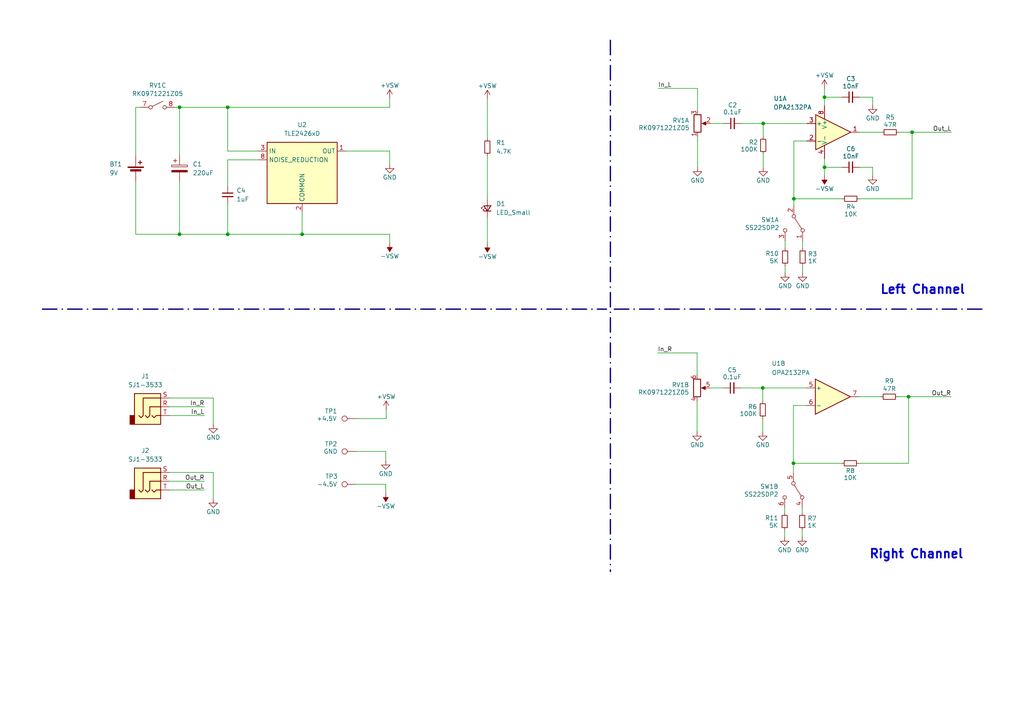
<source format=kicad_sch>
(kicad_sch (version 20230121) (generator eeschema)

  (uuid dfb53188-4d3a-46a1-be7c-82ffb2200752)

  (paper "A4")

  (title_block
    (title "CMOY Headphone Amplifier")
    (date "2023-10-07")
    (rev "1.1")
    (company "Neil Khera")
  )

  (lib_symbols
    (symbol "Amplifier_Operational:OPA2134" (pin_names (offset 0.127)) (in_bom yes) (on_board yes)
      (property "Reference" "U" (at 0 5.08 0)
        (effects (font (size 1.27 1.27)) (justify left))
      )
      (property "Value" "OPA2134" (at 0 -5.08 0)
        (effects (font (size 1.27 1.27)) (justify left))
      )
      (property "Footprint" "" (at 0 0 0)
        (effects (font (size 1.27 1.27)) hide)
      )
      (property "Datasheet" "http://www.ti.com/lit/ds/symlink/opa134.pdf" (at 0 0 0)
        (effects (font (size 1.27 1.27)) hide)
      )
      (property "ki_locked" "" (at 0 0 0)
        (effects (font (size 1.27 1.27)))
      )
      (property "ki_keywords" "dual opamp" (at 0 0 0)
        (effects (font (size 1.27 1.27)) hide)
      )
      (property "ki_description" "Dual SoundPlus High Performance Audio Operational Amplifiers, DIP-8/SOIC-8" (at 0 0 0)
        (effects (font (size 1.27 1.27)) hide)
      )
      (property "ki_fp_filters" "SOIC*3.9x4.9mm*P1.27mm* DIP*W7.62mm* TO*99* OnSemi*Micro8* TSSOP*3x3mm*P0.65mm* TSSOP*4.4x3mm*P0.65mm* MSOP*3x3mm*P0.65mm* SSOP*3.9x4.9mm*P0.635mm* LFCSP*2x2mm*P0.5mm* *SIP* SOIC*5.3x6.2mm*P1.27mm*" (at 0 0 0)
        (effects (font (size 1.27 1.27)) hide)
      )
      (symbol "OPA2134_1_1"
        (polyline
          (pts
            (xy -5.08 5.08)
            (xy 5.08 0)
            (xy -5.08 -5.08)
            (xy -5.08 5.08)
          )
          (stroke (width 0.254) (type default))
          (fill (type background))
        )
        (pin output line (at 7.62 0 180) (length 2.54)
          (name "~" (effects (font (size 1.27 1.27))))
          (number "1" (effects (font (size 1.27 1.27))))
        )
        (pin input line (at -7.62 -2.54 0) (length 2.54)
          (name "-" (effects (font (size 1.27 1.27))))
          (number "2" (effects (font (size 1.27 1.27))))
        )
        (pin input line (at -7.62 2.54 0) (length 2.54)
          (name "+" (effects (font (size 1.27 1.27))))
          (number "3" (effects (font (size 1.27 1.27))))
        )
      )
      (symbol "OPA2134_2_1"
        (polyline
          (pts
            (xy -5.08 5.08)
            (xy 5.08 0)
            (xy -5.08 -5.08)
            (xy -5.08 5.08)
          )
          (stroke (width 0.254) (type default))
          (fill (type background))
        )
        (pin input line (at -7.62 2.54 0) (length 2.54)
          (name "+" (effects (font (size 1.27 1.27))))
          (number "5" (effects (font (size 1.27 1.27))))
        )
        (pin input line (at -7.62 -2.54 0) (length 2.54)
          (name "-" (effects (font (size 1.27 1.27))))
          (number "6" (effects (font (size 1.27 1.27))))
        )
        (pin output line (at 7.62 0 180) (length 2.54)
          (name "~" (effects (font (size 1.27 1.27))))
          (number "7" (effects (font (size 1.27 1.27))))
        )
      )
      (symbol "OPA2134_3_1"
        (pin power_in line (at -2.54 -7.62 90) (length 3.81)
          (name "V-" (effects (font (size 1.27 1.27))))
          (number "4" (effects (font (size 1.27 1.27))))
        )
        (pin power_in line (at -2.54 7.62 270) (length 3.81)
          (name "V+" (effects (font (size 1.27 1.27))))
          (number "8" (effects (font (size 1.27 1.27))))
        )
      )
    )
    (symbol "CMOY:R_Potentiometer_Dual_Switch_Separate" (pin_names (offset 1.016) hide) (in_bom yes) (on_board yes)
      (property "Reference" "RV" (at 3.048 -4.318 0)
        (effects (font (size 1.27 1.27)))
      )
      (property "Value" "R_Potentiometer_Dual_Switch_Separate" (at 20.32 -2.286 0)
        (effects (font (size 1.27 1.27)))
      )
      (property "Footprint" "" (at 0 0 0)
        (effects (font (size 1.27 1.27)) hide)
      )
      (property "Datasheet" "~" (at 0 0 0)
        (effects (font (size 1.27 1.27)) hide)
      )
      (property "ki_keywords" "resistor variable" (at 0 0 0)
        (effects (font (size 1.27 1.27)) hide)
      )
      (property "ki_description" "Dual potentiometer, separate units" (at 0 0 0)
        (effects (font (size 1.27 1.27)) hide)
      )
      (property "ki_fp_filters" "Potentiometer*" (at 0 0 0)
        (effects (font (size 1.27 1.27)) hide)
      )
      (symbol "R_Potentiometer_Dual_Switch_Separate_1_1"
        (rectangle (start -1.016 2.54) (end 1.016 -2.54)
          (stroke (width 0.254) (type default))
          (fill (type none))
        )
        (polyline
          (pts
            (xy 2.667 0)
            (xy 1.651 0)
          )
          (stroke (width 0) (type default))
          (fill (type none))
        )
        (polyline
          (pts
            (xy 1.27 0)
            (xy 2.413 0.508)
            (xy 2.413 -0.508)
            (xy 1.27 0)
          )
          (stroke (width 0) (type default))
          (fill (type outline))
        )
        (pin passive line (at 0 3.81 270) (length 1.27)
          (name "1" (effects (font (size 1.27 1.27))))
          (number "1" (effects (font (size 1.27 1.27))))
        )
        (pin passive line (at 3.81 0 180) (length 1.27)
          (name "2" (effects (font (size 1.27 1.27))))
          (number "2" (effects (font (size 1.27 1.27))))
        )
        (pin passive line (at 0 -3.81 90) (length 1.27)
          (name "3" (effects (font (size 1.27 1.27))))
          (number "3" (effects (font (size 1.27 1.27))))
        )
      )
      (symbol "R_Potentiometer_Dual_Switch_Separate_2_1"
        (rectangle (start -1.016 2.54) (end 1.016 -2.54)
          (stroke (width 0.254) (type default))
          (fill (type none))
        )
        (polyline
          (pts
            (xy 2.667 0)
            (xy 1.651 0)
          )
          (stroke (width 0) (type default))
          (fill (type none))
        )
        (polyline
          (pts
            (xy 1.27 0)
            (xy 2.413 0.508)
            (xy 2.413 -0.508)
            (xy 1.27 0)
          )
          (stroke (width 0) (type default))
          (fill (type outline))
        )
        (pin passive line (at 0 3.81 270) (length 1.27)
          (name "4" (effects (font (size 1.27 1.27))))
          (number "4" (effects (font (size 1.27 1.27))))
        )
        (pin passive line (at 3.81 0 180) (length 1.27)
          (name "5" (effects (font (size 1.27 1.27))))
          (number "5" (effects (font (size 1.27 1.27))))
        )
        (pin passive line (at 0 -3.81 90) (length 1.27)
          (name "6" (effects (font (size 1.27 1.27))))
          (number "6" (effects (font (size 1.27 1.27))))
        )
      )
      (symbol "R_Potentiometer_Dual_Switch_Separate_3_0"
        (circle (center -2.032 0) (radius 0.508)
          (stroke (width 0) (type default))
          (fill (type none))
        )
        (polyline
          (pts
            (xy -1.524 0.254)
            (xy 1.524 1.778)
          )
          (stroke (width 0) (type default))
          (fill (type none))
        )
        (circle (center 2.032 0) (radius 0.508)
          (stroke (width 0) (type default))
          (fill (type none))
        )
      )
      (symbol "R_Potentiometer_Dual_Switch_Separate_3_1"
        (pin passive line (at -5.08 0 0) (length 2.54)
          (name "A" (effects (font (size 1.27 1.27))))
          (number "7" (effects (font (size 1.27 1.27))))
        )
        (pin passive line (at 5.08 0 180) (length 2.54)
          (name "B" (effects (font (size 1.27 1.27))))
          (number "8" (effects (font (size 1.27 1.27))))
        )
      )
    )
    (symbol "Connector:TestPoint" (pin_numbers hide) (pin_names (offset 0.762) hide) (in_bom yes) (on_board yes)
      (property "Reference" "TP" (at 0 6.858 0)
        (effects (font (size 1.27 1.27)))
      )
      (property "Value" "TestPoint" (at 0 5.08 0)
        (effects (font (size 1.27 1.27)))
      )
      (property "Footprint" "" (at 5.08 0 0)
        (effects (font (size 1.27 1.27)) hide)
      )
      (property "Datasheet" "~" (at 5.08 0 0)
        (effects (font (size 1.27 1.27)) hide)
      )
      (property "ki_keywords" "test point tp" (at 0 0 0)
        (effects (font (size 1.27 1.27)) hide)
      )
      (property "ki_description" "test point" (at 0 0 0)
        (effects (font (size 1.27 1.27)) hide)
      )
      (property "ki_fp_filters" "Pin* Test*" (at 0 0 0)
        (effects (font (size 1.27 1.27)) hide)
      )
      (symbol "TestPoint_0_1"
        (circle (center 0 3.302) (radius 0.762)
          (stroke (width 0) (type default))
          (fill (type none))
        )
      )
      (symbol "TestPoint_1_1"
        (pin passive line (at 0 0 90) (length 2.54)
          (name "1" (effects (font (size 1.27 1.27))))
          (number "1" (effects (font (size 1.27 1.27))))
        )
      )
    )
    (symbol "Connector_Audio:AudioJack3" (in_bom yes) (on_board yes)
      (property "Reference" "J" (at 0 8.89 0)
        (effects (font (size 1.27 1.27)))
      )
      (property "Value" "AudioJack3" (at 0 6.35 0)
        (effects (font (size 1.27 1.27)))
      )
      (property "Footprint" "" (at 0 0 0)
        (effects (font (size 1.27 1.27)) hide)
      )
      (property "Datasheet" "~" (at 0 0 0)
        (effects (font (size 1.27 1.27)) hide)
      )
      (property "ki_keywords" "audio jack receptacle stereo headphones phones TRS connector" (at 0 0 0)
        (effects (font (size 1.27 1.27)) hide)
      )
      (property "ki_description" "Audio Jack, 3 Poles (Stereo / TRS)" (at 0 0 0)
        (effects (font (size 1.27 1.27)) hide)
      )
      (property "ki_fp_filters" "Jack*" (at 0 0 0)
        (effects (font (size 1.27 1.27)) hide)
      )
      (symbol "AudioJack3_0_1"
        (rectangle (start -5.08 -5.08) (end -6.35 -2.54)
          (stroke (width 0.254) (type default))
          (fill (type outline))
        )
        (polyline
          (pts
            (xy 0 -2.54)
            (xy 0.635 -3.175)
            (xy 1.27 -2.54)
            (xy 2.54 -2.54)
          )
          (stroke (width 0.254) (type default))
          (fill (type none))
        )
        (polyline
          (pts
            (xy -1.905 -2.54)
            (xy -1.27 -3.175)
            (xy -0.635 -2.54)
            (xy -0.635 0)
            (xy 2.54 0)
          )
          (stroke (width 0.254) (type default))
          (fill (type none))
        )
        (polyline
          (pts
            (xy 2.54 2.54)
            (xy -2.54 2.54)
            (xy -2.54 -2.54)
            (xy -3.175 -3.175)
            (xy -3.81 -2.54)
          )
          (stroke (width 0.254) (type default))
          (fill (type none))
        )
        (rectangle (start 2.54 3.81) (end -5.08 -5.08)
          (stroke (width 0.254) (type default))
          (fill (type background))
        )
      )
      (symbol "AudioJack3_1_1"
        (pin passive line (at 5.08 0 180) (length 2.54)
          (name "~" (effects (font (size 1.27 1.27))))
          (number "R" (effects (font (size 1.27 1.27))))
        )
        (pin passive line (at 5.08 2.54 180) (length 2.54)
          (name "~" (effects (font (size 1.27 1.27))))
          (number "S" (effects (font (size 1.27 1.27))))
        )
        (pin passive line (at 5.08 -2.54 180) (length 2.54)
          (name "~" (effects (font (size 1.27 1.27))))
          (number "T" (effects (font (size 1.27 1.27))))
        )
      )
    )
    (symbol "Device:Battery_Cell" (pin_numbers hide) (pin_names (offset 0) hide) (in_bom yes) (on_board yes)
      (property "Reference" "BT" (at 2.54 2.54 0)
        (effects (font (size 1.27 1.27)) (justify left))
      )
      (property "Value" "Battery_Cell" (at 2.54 0 0)
        (effects (font (size 1.27 1.27)) (justify left))
      )
      (property "Footprint" "" (at 0 1.524 90)
        (effects (font (size 1.27 1.27)) hide)
      )
      (property "Datasheet" "~" (at 0 1.524 90)
        (effects (font (size 1.27 1.27)) hide)
      )
      (property "ki_keywords" "battery cell" (at 0 0 0)
        (effects (font (size 1.27 1.27)) hide)
      )
      (property "ki_description" "Single-cell battery" (at 0 0 0)
        (effects (font (size 1.27 1.27)) hide)
      )
      (symbol "Battery_Cell_0_1"
        (rectangle (start -2.286 1.778) (end 2.286 1.524)
          (stroke (width 0) (type default))
          (fill (type outline))
        )
        (rectangle (start -1.524 1.016) (end 1.524 0.508)
          (stroke (width 0) (type default))
          (fill (type outline))
        )
        (polyline
          (pts
            (xy 0 0.762)
            (xy 0 0)
          )
          (stroke (width 0) (type default))
          (fill (type none))
        )
        (polyline
          (pts
            (xy 0 1.778)
            (xy 0 2.54)
          )
          (stroke (width 0) (type default))
          (fill (type none))
        )
        (polyline
          (pts
            (xy 0.762 3.048)
            (xy 1.778 3.048)
          )
          (stroke (width 0.254) (type default))
          (fill (type none))
        )
        (polyline
          (pts
            (xy 1.27 3.556)
            (xy 1.27 2.54)
          )
          (stroke (width 0.254) (type default))
          (fill (type none))
        )
      )
      (symbol "Battery_Cell_1_1"
        (pin passive line (at 0 5.08 270) (length 2.54)
          (name "+" (effects (font (size 1.27 1.27))))
          (number "1" (effects (font (size 1.27 1.27))))
        )
        (pin passive line (at 0 -2.54 90) (length 2.54)
          (name "-" (effects (font (size 1.27 1.27))))
          (number "2" (effects (font (size 1.27 1.27))))
        )
      )
    )
    (symbol "Device:C_Polarized" (pin_numbers hide) (pin_names (offset 0.254)) (in_bom yes) (on_board yes)
      (property "Reference" "C" (at 0.635 2.54 0)
        (effects (font (size 1.27 1.27)) (justify left))
      )
      (property "Value" "C_Polarized" (at 0.635 -2.54 0)
        (effects (font (size 1.27 1.27)) (justify left))
      )
      (property "Footprint" "" (at 0.9652 -3.81 0)
        (effects (font (size 1.27 1.27)) hide)
      )
      (property "Datasheet" "~" (at 0 0 0)
        (effects (font (size 1.27 1.27)) hide)
      )
      (property "ki_keywords" "cap capacitor" (at 0 0 0)
        (effects (font (size 1.27 1.27)) hide)
      )
      (property "ki_description" "Polarized capacitor" (at 0 0 0)
        (effects (font (size 1.27 1.27)) hide)
      )
      (property "ki_fp_filters" "CP_*" (at 0 0 0)
        (effects (font (size 1.27 1.27)) hide)
      )
      (symbol "C_Polarized_0_1"
        (rectangle (start -2.286 0.508) (end 2.286 1.016)
          (stroke (width 0) (type default))
          (fill (type none))
        )
        (polyline
          (pts
            (xy -1.778 2.286)
            (xy -0.762 2.286)
          )
          (stroke (width 0) (type default))
          (fill (type none))
        )
        (polyline
          (pts
            (xy -1.27 2.794)
            (xy -1.27 1.778)
          )
          (stroke (width 0) (type default))
          (fill (type none))
        )
        (rectangle (start 2.286 -0.508) (end -2.286 -1.016)
          (stroke (width 0) (type default))
          (fill (type outline))
        )
      )
      (symbol "C_Polarized_1_1"
        (pin passive line (at 0 3.81 270) (length 2.794)
          (name "~" (effects (font (size 1.27 1.27))))
          (number "1" (effects (font (size 1.27 1.27))))
        )
        (pin passive line (at 0 -3.81 90) (length 2.794)
          (name "~" (effects (font (size 1.27 1.27))))
          (number "2" (effects (font (size 1.27 1.27))))
        )
      )
    )
    (symbol "Device:C_Small" (pin_numbers hide) (pin_names (offset 0.254) hide) (in_bom yes) (on_board yes)
      (property "Reference" "C" (at 0.254 1.778 0)
        (effects (font (size 1.27 1.27)) (justify left))
      )
      (property "Value" "C_Small" (at 0.254 -2.032 0)
        (effects (font (size 1.27 1.27)) (justify left))
      )
      (property "Footprint" "" (at 0 0 0)
        (effects (font (size 1.27 1.27)) hide)
      )
      (property "Datasheet" "~" (at 0 0 0)
        (effects (font (size 1.27 1.27)) hide)
      )
      (property "ki_keywords" "capacitor cap" (at 0 0 0)
        (effects (font (size 1.27 1.27)) hide)
      )
      (property "ki_description" "Unpolarized capacitor, small symbol" (at 0 0 0)
        (effects (font (size 1.27 1.27)) hide)
      )
      (property "ki_fp_filters" "C_*" (at 0 0 0)
        (effects (font (size 1.27 1.27)) hide)
      )
      (symbol "C_Small_0_1"
        (polyline
          (pts
            (xy -1.524 -0.508)
            (xy 1.524 -0.508)
          )
          (stroke (width 0.3302) (type default))
          (fill (type none))
        )
        (polyline
          (pts
            (xy -1.524 0.508)
            (xy 1.524 0.508)
          )
          (stroke (width 0.3048) (type default))
          (fill (type none))
        )
      )
      (symbol "C_Small_1_1"
        (pin passive line (at 0 2.54 270) (length 2.032)
          (name "~" (effects (font (size 1.27 1.27))))
          (number "1" (effects (font (size 1.27 1.27))))
        )
        (pin passive line (at 0 -2.54 90) (length 2.032)
          (name "~" (effects (font (size 1.27 1.27))))
          (number "2" (effects (font (size 1.27 1.27))))
        )
      )
    )
    (symbol "Device:LED_Small" (pin_numbers hide) (pin_names (offset 0.254) hide) (in_bom yes) (on_board yes)
      (property "Reference" "D" (at -1.27 3.175 0)
        (effects (font (size 1.27 1.27)) (justify left))
      )
      (property "Value" "LED_Small" (at -4.445 -2.54 0)
        (effects (font (size 1.27 1.27)) (justify left))
      )
      (property "Footprint" "" (at 0 0 90)
        (effects (font (size 1.27 1.27)) hide)
      )
      (property "Datasheet" "~" (at 0 0 90)
        (effects (font (size 1.27 1.27)) hide)
      )
      (property "ki_keywords" "LED diode light-emitting-diode" (at 0 0 0)
        (effects (font (size 1.27 1.27)) hide)
      )
      (property "ki_description" "Light emitting diode, small symbol" (at 0 0 0)
        (effects (font (size 1.27 1.27)) hide)
      )
      (property "ki_fp_filters" "LED* LED_SMD:* LED_THT:*" (at 0 0 0)
        (effects (font (size 1.27 1.27)) hide)
      )
      (symbol "LED_Small_0_1"
        (polyline
          (pts
            (xy -0.762 -1.016)
            (xy -0.762 1.016)
          )
          (stroke (width 0.254) (type default))
          (fill (type none))
        )
        (polyline
          (pts
            (xy 1.016 0)
            (xy -0.762 0)
          )
          (stroke (width 0) (type default))
          (fill (type none))
        )
        (polyline
          (pts
            (xy 0.762 -1.016)
            (xy -0.762 0)
            (xy 0.762 1.016)
            (xy 0.762 -1.016)
          )
          (stroke (width 0.254) (type default))
          (fill (type none))
        )
        (polyline
          (pts
            (xy 0 0.762)
            (xy -0.508 1.27)
            (xy -0.254 1.27)
            (xy -0.508 1.27)
            (xy -0.508 1.016)
          )
          (stroke (width 0) (type default))
          (fill (type none))
        )
        (polyline
          (pts
            (xy 0.508 1.27)
            (xy 0 1.778)
            (xy 0.254 1.778)
            (xy 0 1.778)
            (xy 0 1.524)
          )
          (stroke (width 0) (type default))
          (fill (type none))
        )
      )
      (symbol "LED_Small_1_1"
        (pin passive line (at -2.54 0 0) (length 1.778)
          (name "K" (effects (font (size 1.27 1.27))))
          (number "1" (effects (font (size 1.27 1.27))))
        )
        (pin passive line (at 2.54 0 180) (length 1.778)
          (name "A" (effects (font (size 1.27 1.27))))
          (number "2" (effects (font (size 1.27 1.27))))
        )
      )
    )
    (symbol "Device:R_Small" (pin_numbers hide) (pin_names (offset 0.254) hide) (in_bom yes) (on_board yes)
      (property "Reference" "R" (at 0.762 0.508 0)
        (effects (font (size 1.27 1.27)) (justify left))
      )
      (property "Value" "R_Small" (at 0.762 -1.016 0)
        (effects (font (size 1.27 1.27)) (justify left))
      )
      (property "Footprint" "" (at 0 0 0)
        (effects (font (size 1.27 1.27)) hide)
      )
      (property "Datasheet" "~" (at 0 0 0)
        (effects (font (size 1.27 1.27)) hide)
      )
      (property "ki_keywords" "R resistor" (at 0 0 0)
        (effects (font (size 1.27 1.27)) hide)
      )
      (property "ki_description" "Resistor, small symbol" (at 0 0 0)
        (effects (font (size 1.27 1.27)) hide)
      )
      (property "ki_fp_filters" "R_*" (at 0 0 0)
        (effects (font (size 1.27 1.27)) hide)
      )
      (symbol "R_Small_0_1"
        (rectangle (start -0.762 1.778) (end 0.762 -1.778)
          (stroke (width 0.2032) (type default))
          (fill (type none))
        )
      )
      (symbol "R_Small_1_1"
        (pin passive line (at 0 2.54 270) (length 0.762)
          (name "~" (effects (font (size 1.27 1.27))))
          (number "1" (effects (font (size 1.27 1.27))))
        )
        (pin passive line (at 0 -2.54 90) (length 0.762)
          (name "~" (effects (font (size 1.27 1.27))))
          (number "2" (effects (font (size 1.27 1.27))))
        )
      )
    )
    (symbol "Reference_Voltage:TLE2426xD" (in_bom yes) (on_board yes)
      (property "Reference" "U" (at -10.414 8.89 0)
        (effects (font (size 1.27 1.27)) (justify left))
      )
      (property "Value" "TLE2426xD" (at 10.16 8.89 0)
        (effects (font (size 1.27 1.27)) (justify right))
      )
      (property "Footprint" "Package_SO:SOIC-8_3.9x4.9mm_P1.27mm" (at 0 -15.24 0)
        (effects (font (size 1.27 1.27) italic) hide)
      )
      (property "Datasheet" "http://www.ti.com/lit/ds/symlink/tle2426.pdf" (at -35.56 24.13 0)
        (effects (font (size 1.27 1.27) italic) hide)
      )
      (property "ki_keywords" "Rail splitter precision virtual ground" (at 0 0 0)
        (effects (font (size 1.27 1.27)) hide)
      )
      (property "ki_description" "Precision virtual ground, noise reduction pin, 4V to 40V input, SOIC-8" (at 0 0 0)
        (effects (font (size 1.27 1.27)) hide)
      )
      (property "ki_fp_filters" "SOIC*3.9x4.9mm*P1.27mm*" (at 0 0 0)
        (effects (font (size 1.27 1.27)) hide)
      )
      (symbol "TLE2426xD_0_1"
        (rectangle (start -10.16 7.62) (end 10.16 -10.16)
          (stroke (width 0.254) (type default))
          (fill (type background))
        )
      )
      (symbol "TLE2426xD_1_1"
        (pin power_out line (at 12.7 5.08 180) (length 2.54)
          (name "OUT" (effects (font (size 1.27 1.27))))
          (number "1" (effects (font (size 1.27 1.27))))
        )
        (pin power_in line (at 0 -12.7 90) (length 2.54)
          (name "COMMON" (effects (font (size 1.27 1.27))))
          (number "2" (effects (font (size 1.27 1.27))))
        )
        (pin power_in line (at -12.7 5.08 0) (length 2.54)
          (name "IN" (effects (font (size 1.27 1.27))))
          (number "3" (effects (font (size 1.27 1.27))))
        )
        (pin no_connect line (at -10.16 0 0) (length 2.54) hide
          (name "NC" (effects (font (size 1.27 1.27))))
          (number "4" (effects (font (size 1.27 1.27))))
        )
        (pin no_connect line (at -10.16 -2.54 0) (length 2.54) hide
          (name "NC" (effects (font (size 1.27 1.27))))
          (number "5" (effects (font (size 1.27 1.27))))
        )
        (pin no_connect line (at 10.16 0 180) (length 2.54) hide
          (name "NC" (effects (font (size 1.27 1.27))))
          (number "6" (effects (font (size 1.27 1.27))))
        )
        (pin no_connect line (at 10.16 -2.54 180) (length 2.54) hide
          (name "NC" (effects (font (size 1.27 1.27))))
          (number "7" (effects (font (size 1.27 1.27))))
        )
        (pin passive line (at -12.7 2.54 0) (length 2.54)
          (name "NOISE_REDUCTION" (effects (font (size 1.27 1.27))))
          (number "8" (effects (font (size 1.27 1.27))))
        )
      )
    )
    (symbol "Switch:SW_DPDT_x2" (pin_names (offset 0) hide) (in_bom yes) (on_board yes)
      (property "Reference" "SW" (at 0 4.318 0)
        (effects (font (size 1.27 1.27)))
      )
      (property "Value" "SW_DPDT_x2" (at 0 -5.08 0)
        (effects (font (size 1.27 1.27)))
      )
      (property "Footprint" "" (at 0 0 0)
        (effects (font (size 1.27 1.27)) hide)
      )
      (property "Datasheet" "~" (at 0 0 0)
        (effects (font (size 1.27 1.27)) hide)
      )
      (property "ki_keywords" "switch dual-pole double-throw DPDT spdt ON-ON" (at 0 0 0)
        (effects (font (size 1.27 1.27)) hide)
      )
      (property "ki_description" "Switch, dual pole double throw, separate symbols" (at 0 0 0)
        (effects (font (size 1.27 1.27)) hide)
      )
      (property "ki_fp_filters" "SW*DPDT*" (at 0 0 0)
        (effects (font (size 1.27 1.27)) hide)
      )
      (symbol "SW_DPDT_x2_0_0"
        (circle (center -2.032 0) (radius 0.508)
          (stroke (width 0) (type default))
          (fill (type none))
        )
        (circle (center 2.032 -2.54) (radius 0.508)
          (stroke (width 0) (type default))
          (fill (type none))
        )
      )
      (symbol "SW_DPDT_x2_0_1"
        (polyline
          (pts
            (xy -1.524 0.254)
            (xy 1.651 2.286)
          )
          (stroke (width 0) (type default))
          (fill (type none))
        )
        (circle (center 2.032 2.54) (radius 0.508)
          (stroke (width 0) (type default))
          (fill (type none))
        )
      )
      (symbol "SW_DPDT_x2_1_1"
        (pin passive line (at 5.08 2.54 180) (length 2.54)
          (name "A" (effects (font (size 1.27 1.27))))
          (number "1" (effects (font (size 1.27 1.27))))
        )
        (pin passive line (at -5.08 0 0) (length 2.54)
          (name "B" (effects (font (size 1.27 1.27))))
          (number "2" (effects (font (size 1.27 1.27))))
        )
        (pin passive line (at 5.08 -2.54 180) (length 2.54)
          (name "C" (effects (font (size 1.27 1.27))))
          (number "3" (effects (font (size 1.27 1.27))))
        )
      )
      (symbol "SW_DPDT_x2_2_1"
        (pin passive line (at 5.08 2.54 180) (length 2.54)
          (name "A" (effects (font (size 1.27 1.27))))
          (number "4" (effects (font (size 1.27 1.27))))
        )
        (pin passive line (at -5.08 0 0) (length 2.54)
          (name "B" (effects (font (size 1.27 1.27))))
          (number "5" (effects (font (size 1.27 1.27))))
        )
        (pin passive line (at 5.08 -2.54 180) (length 2.54)
          (name "C" (effects (font (size 1.27 1.27))))
          (number "6" (effects (font (size 1.27 1.27))))
        )
      )
    )
    (symbol "power:+VSW" (power) (pin_names (offset 0)) (in_bom yes) (on_board yes)
      (property "Reference" "#PWR" (at 0 -3.81 0)
        (effects (font (size 1.27 1.27)) hide)
      )
      (property "Value" "+VSW" (at 0 3.556 0)
        (effects (font (size 1.27 1.27)))
      )
      (property "Footprint" "" (at 0 0 0)
        (effects (font (size 1.27 1.27)) hide)
      )
      (property "Datasheet" "" (at 0 0 0)
        (effects (font (size 1.27 1.27)) hide)
      )
      (property "ki_keywords" "global power" (at 0 0 0)
        (effects (font (size 1.27 1.27)) hide)
      )
      (property "ki_description" "Power symbol creates a global label with name \"+VSW\"" (at 0 0 0)
        (effects (font (size 1.27 1.27)) hide)
      )
      (symbol "+VSW_0_1"
        (polyline
          (pts
            (xy -0.762 1.27)
            (xy 0 2.54)
          )
          (stroke (width 0) (type default))
          (fill (type none))
        )
        (polyline
          (pts
            (xy 0 0)
            (xy 0 2.54)
          )
          (stroke (width 0) (type default))
          (fill (type none))
        )
        (polyline
          (pts
            (xy 0 2.54)
            (xy 0.762 1.27)
          )
          (stroke (width 0) (type default))
          (fill (type none))
        )
      )
      (symbol "+VSW_1_1"
        (pin power_in line (at 0 0 90) (length 0) hide
          (name "+VSW" (effects (font (size 1.27 1.27))))
          (number "1" (effects (font (size 1.27 1.27))))
        )
      )
    )
    (symbol "power:-VSW" (power) (pin_names (offset 0)) (in_bom yes) (on_board yes)
      (property "Reference" "#PWR" (at 0 2.54 0)
        (effects (font (size 1.27 1.27)) hide)
      )
      (property "Value" "-VSW" (at 0 3.81 0)
        (effects (font (size 1.27 1.27)))
      )
      (property "Footprint" "" (at 0 0 0)
        (effects (font (size 1.27 1.27)) hide)
      )
      (property "Datasheet" "" (at 0 0 0)
        (effects (font (size 1.27 1.27)) hide)
      )
      (property "ki_keywords" "global power" (at 0 0 0)
        (effects (font (size 1.27 1.27)) hide)
      )
      (property "ki_description" "Power symbol creates a global label with name \"-VSW\"" (at 0 0 0)
        (effects (font (size 1.27 1.27)) hide)
      )
      (symbol "-VSW_0_0"
        (pin power_in line (at 0 0 90) (length 0) hide
          (name "-VSW" (effects (font (size 1.27 1.27))))
          (number "1" (effects (font (size 1.27 1.27))))
        )
      )
      (symbol "-VSW_0_1"
        (polyline
          (pts
            (xy 0 0)
            (xy 0 1.27)
            (xy 0.762 1.27)
            (xy 0 2.54)
            (xy -0.762 1.27)
            (xy 0 1.27)
          )
          (stroke (width 0) (type default))
          (fill (type outline))
        )
      )
    )
    (symbol "power:GND" (power) (pin_names (offset 0)) (in_bom yes) (on_board yes)
      (property "Reference" "#PWR" (at 0 -6.35 0)
        (effects (font (size 1.27 1.27)) hide)
      )
      (property "Value" "GND" (at 0 -3.81 0)
        (effects (font (size 1.27 1.27)))
      )
      (property "Footprint" "" (at 0 0 0)
        (effects (font (size 1.27 1.27)) hide)
      )
      (property "Datasheet" "" (at 0 0 0)
        (effects (font (size 1.27 1.27)) hide)
      )
      (property "ki_keywords" "global power" (at 0 0 0)
        (effects (font (size 1.27 1.27)) hide)
      )
      (property "ki_description" "Power symbol creates a global label with name \"GND\" , ground" (at 0 0 0)
        (effects (font (size 1.27 1.27)) hide)
      )
      (symbol "GND_0_1"
        (polyline
          (pts
            (xy 0 0)
            (xy 0 -1.27)
            (xy 1.27 -1.27)
            (xy 0 -2.54)
            (xy -1.27 -1.27)
            (xy 0 -1.27)
          )
          (stroke (width 0) (type default))
          (fill (type none))
        )
      )
      (symbol "GND_1_1"
        (pin power_in line (at 0 0 270) (length 0) hide
          (name "GND" (effects (font (size 1.27 1.27))))
          (number "1" (effects (font (size 1.27 1.27))))
        )
      )
    )
  )

  (junction (at 66.04 31.115) (diameter 0) (color 0 0 0 0)
    (uuid 05bd79d0-eca6-4885-bc6e-3119abaa5cdc)
  )
  (junction (at 264.541 38.354) (diameter 0) (color 0 0 0 0)
    (uuid 22ab6afa-7228-4be6-a40f-407287f2ddb3)
  )
  (junction (at 239.141 48.514) (diameter 0) (color 0 0 0 0)
    (uuid 28ee4246-cd74-4d96-b667-630aab2bb51b)
  )
  (junction (at 230.124 134.366) (diameter 0) (color 0 0 0 0)
    (uuid 39ab80a9-22da-410a-a4cc-04fac09128b7)
  )
  (junction (at 221.234 112.522) (diameter 0) (color 0 0 0 0)
    (uuid 423c0195-6568-424d-86fc-c0b6cf3a0e6f)
  )
  (junction (at 221.361 35.814) (diameter 0) (color 0 0 0 0)
    (uuid 51dcad65-42c1-4594-a231-a50c49611813)
  )
  (junction (at 52.07 31.115) (diameter 0) (color 0 0 0 0)
    (uuid 59e94880-d834-4bb0-8a72-4f5be38d84f8)
  )
  (junction (at 87.63 67.945) (diameter 0) (color 0 0 0 0)
    (uuid 7134f204-05ee-4610-9073-88cd8ef28dcd)
  )
  (junction (at 230.251 57.658) (diameter 0) (color 0 0 0 0)
    (uuid 73c91e45-3858-4199-9594-52a15ce631f9)
  )
  (junction (at 263.525 115.062) (diameter 0) (color 0 0 0 0)
    (uuid 89274675-f813-4cb7-8152-766c29d195a0)
  )
  (junction (at 52.07 67.945) (diameter 0) (color 0 0 0 0)
    (uuid 9ae5fa21-cdc0-43f3-bff0-1f6db40e9828)
  )
  (junction (at 239.141 28.194) (diameter 0) (color 0 0 0 0)
    (uuid d646248c-84f7-4d8b-a7cd-2bc85432ff5a)
  )
  (junction (at 66.04 67.945) (diameter 0) (color 0 0 0 0)
    (uuid de09d7a7-de44-4925-8b5f-7775df20b9f1)
  )

  (wire (pts (xy 141.351 28.702) (xy 141.351 40.132))
    (stroke (width 0) (type default))
    (uuid 0281ce1d-7e12-4039-be7f-176826b661dd)
  )
  (wire (pts (xy 49.149 117.983) (xy 59.309 117.983))
    (stroke (width 0) (type default))
    (uuid 07136617-495f-4499-ada5-d84632217f23)
  )
  (wire (pts (xy 52.07 31.115) (xy 66.04 31.115))
    (stroke (width 0) (type default))
    (uuid 09d3e0c8-0b4d-4129-91d0-39fba4988e52)
  )
  (wire (pts (xy 141.351 45.212) (xy 141.351 57.912))
    (stroke (width 0) (type default))
    (uuid 0ad1f6d9-7130-460c-b14d-9eb8d9554716)
  )
  (wire (pts (xy 260.477 115.062) (xy 263.525 115.062))
    (stroke (width 0) (type default))
    (uuid 0bc938b8-6c57-4de9-bdf3-09fe798a1438)
  )
  (wire (pts (xy 52.07 67.945) (xy 66.04 67.945))
    (stroke (width 0) (type default))
    (uuid 0bed8d1e-c2e9-4a11-a19b-9b1c0b525fe5)
  )
  (wire (pts (xy 230.251 59.69) (xy 230.251 57.658))
    (stroke (width 0) (type default))
    (uuid 0c032748-c91e-4c61-9a54-34c3656ad9ee)
  )
  (wire (pts (xy 227.711 77.089) (xy 227.711 79.121))
    (stroke (width 0) (type default))
    (uuid 0eeab84a-c8ce-4b93-82d9-eedaffe6edef)
  )
  (wire (pts (xy 61.849 137.033) (xy 61.849 144.653))
    (stroke (width 0) (type default))
    (uuid 0fe865df-f8ee-473a-8d2b-71116099c00f)
  )
  (wire (pts (xy 253.111 48.514) (xy 249.301 48.514))
    (stroke (width 0) (type default))
    (uuid 1471c8f4-e405-4444-bb70-fec0a2393dc0)
  )
  (wire (pts (xy 111.887 130.937) (xy 111.887 133.604))
    (stroke (width 0) (type default))
    (uuid 169af736-f65d-4b7b-bcb9-782c92e5a3dd)
  )
  (wire (pts (xy 49.149 120.523) (xy 59.309 120.523))
    (stroke (width 0) (type default))
    (uuid 19530c02-6153-4fca-8d2a-1037f49c8465)
  )
  (wire (pts (xy 264.541 57.658) (xy 264.541 38.354))
    (stroke (width 0) (type default))
    (uuid 1c1ebb6c-1708-49d0-be64-650d97360aaf)
  )
  (wire (pts (xy 249.301 57.658) (xy 264.541 57.658))
    (stroke (width 0) (type default))
    (uuid 1d4d22c7-ded9-4f34-b8b4-a2c49a8876c6)
  )
  (wire (pts (xy 230.124 134.366) (xy 230.124 137.16))
    (stroke (width 0) (type default))
    (uuid 228abf3a-d283-4918-b16a-5ececb29bc94)
  )
  (wire (pts (xy 239.141 45.974) (xy 239.141 48.514))
    (stroke (width 0) (type default))
    (uuid 248cb13c-80b9-47ab-a989-0dd4d638545b)
  )
  (wire (pts (xy 221.361 35.814) (xy 234.061 35.814))
    (stroke (width 0) (type default))
    (uuid 26bd6e95-1cf9-4e96-96c1-ab13ede78883)
  )
  (wire (pts (xy 66.04 46.355) (xy 66.04 53.975))
    (stroke (width 0) (type default))
    (uuid 2b298184-468e-405e-b886-33d41ed622ea)
  )
  (wire (pts (xy 230.251 57.658) (xy 244.221 57.658))
    (stroke (width 0) (type default))
    (uuid 30ec7fd3-3789-404b-a9aa-becf8b73de02)
  )
  (wire (pts (xy 66.04 59.055) (xy 66.04 67.945))
    (stroke (width 0) (type default))
    (uuid 3253b312-169a-49b5-b6df-4b2f6acb3afe)
  )
  (wire (pts (xy 52.07 31.115) (xy 52.07 45.085))
    (stroke (width 0) (type default))
    (uuid 32a34614-7a75-44b7-a0fb-f793359d8f0f)
  )
  (wire (pts (xy 190.881 25.654) (xy 202.311 25.654))
    (stroke (width 0) (type default))
    (uuid 3ac33dc3-ef99-40ba-bd3f-da0d44c6dd08)
  )
  (wire (pts (xy 52.07 52.705) (xy 52.07 67.945))
    (stroke (width 0) (type default))
    (uuid 446a2589-d319-4d21-8b14-af8a9574f50a)
  )
  (wire (pts (xy 215.011 35.814) (xy 221.361 35.814))
    (stroke (width 0) (type default))
    (uuid 47cb2207-b54a-4ced-84f0-3da16cb32bd1)
  )
  (wire (pts (xy 253.111 50.927) (xy 253.111 48.514))
    (stroke (width 0) (type default))
    (uuid 47d6e316-c1b3-41cb-ade8-fc72e6cc6474)
  )
  (wire (pts (xy 66.04 31.115) (xy 113.03 31.115))
    (stroke (width 0) (type default))
    (uuid 48fd2c53-58ab-48a8-bfe8-20d80634c399)
  )
  (wire (pts (xy 66.04 43.815) (xy 74.93 43.815))
    (stroke (width 0) (type default))
    (uuid 4ced232f-48c2-4650-bd1b-dcfc921b0f71)
  )
  (wire (pts (xy 39.37 67.945) (xy 39.37 52.705))
    (stroke (width 0) (type default))
    (uuid 523b4b37-4a1f-470c-a593-58ddfa87c863)
  )
  (wire (pts (xy 239.141 25.654) (xy 239.141 28.194))
    (stroke (width 0) (type default))
    (uuid 53bebccd-10f7-4281-b6d5-a0288a3fdede)
  )
  (wire (pts (xy 227.711 69.85) (xy 227.711 72.009))
    (stroke (width 0) (type default))
    (uuid 56c792da-5435-428f-95c4-a2fb95a0fb27)
  )
  (wire (pts (xy 221.234 112.522) (xy 221.234 116.332))
    (stroke (width 0) (type default))
    (uuid 5a927e2e-ecff-4e73-82e7-0e267dc51de6)
  )
  (wire (pts (xy 214.884 112.522) (xy 221.234 112.522))
    (stroke (width 0) (type default))
    (uuid 5c159cc1-0bd4-4873-a152-df177c1caa15)
  )
  (wire (pts (xy 249.174 134.366) (xy 263.525 134.366))
    (stroke (width 0) (type default))
    (uuid 5fdcd8aa-d140-450a-a2c8-30a1b5c03746)
  )
  (wire (pts (xy 202.184 116.332) (xy 202.184 125.222))
    (stroke (width 0) (type default))
    (uuid 62813855-4ee8-49bd-abea-30edc6edb533)
  )
  (wire (pts (xy 141.351 62.992) (xy 141.351 70.612))
    (stroke (width 0) (type default))
    (uuid 6571019c-f5e9-498b-9291-2d34ba7605f1)
  )
  (wire (pts (xy 221.234 112.522) (xy 233.934 112.522))
    (stroke (width 0) (type default))
    (uuid 6706b44a-512a-4029-a680-75c31ec7bb52)
  )
  (wire (pts (xy 249.174 115.062) (xy 255.397 115.062))
    (stroke (width 0) (type default))
    (uuid 6939d91b-4f52-4361-afa6-91a4cab0e43b)
  )
  (wire (pts (xy 206.121 35.814) (xy 209.931 35.814))
    (stroke (width 0) (type default))
    (uuid 69433c42-0b69-4d35-b150-7ba0ea891700)
  )
  (wire (pts (xy 263.525 134.366) (xy 263.525 115.062))
    (stroke (width 0) (type default))
    (uuid 6f3116bb-4389-4a08-b8f0-74dcca1ac718)
  )
  (wire (pts (xy 39.37 31.115) (xy 39.37 45.085))
    (stroke (width 0) (type default))
    (uuid 776b69c9-a965-4d08-8dc5-7f463b68acf5)
  )
  (wire (pts (xy 230.251 40.894) (xy 230.251 57.658))
    (stroke (width 0) (type default))
    (uuid 7844e554-e818-46de-8d13-122be4df346e)
  )
  (wire (pts (xy 230.124 117.602) (xy 230.124 134.366))
    (stroke (width 0) (type default))
    (uuid 7f44c507-5b47-4a07-ab6c-3e9509335617)
  )
  (wire (pts (xy 66.04 67.945) (xy 87.63 67.945))
    (stroke (width 0) (type default))
    (uuid 823a0aea-2fa7-4da1-ae52-a7426f2d00e1)
  )
  (wire (pts (xy 239.141 48.514) (xy 244.221 48.514))
    (stroke (width 0) (type default))
    (uuid 82e1e7fb-021c-45fb-a70f-dfd1a661a547)
  )
  (wire (pts (xy 74.93 46.355) (xy 66.04 46.355))
    (stroke (width 0) (type default))
    (uuid 85c9200c-06f8-4bd4-967a-6d237887720a)
  )
  (wire (pts (xy 227.584 148.717) (xy 227.584 147.32))
    (stroke (width 0) (type default))
    (uuid 8a84eb24-af22-4c7a-9dd4-e1f92faa7556)
  )
  (bus (pts (xy 178.181 89.662) (xy 285.877 89.662))
    (stroke (width 0.381) (type dash_dot))
    (uuid 8ac08bda-74bd-4fdf-8c13-8cb4c42b0e16)
  )

  (wire (pts (xy 253.111 28.194) (xy 253.111 30.48))
    (stroke (width 0) (type default))
    (uuid 8f161935-cdd0-4473-b44f-0bc926289120)
  )
  (wire (pts (xy 49.149 115.443) (xy 61.849 115.443))
    (stroke (width 0) (type default))
    (uuid 8fa2b2f1-7a3f-42cf-b829-d3a02f71753f)
  )
  (wire (pts (xy 66.04 43.815) (xy 66.04 31.115))
    (stroke (width 0) (type default))
    (uuid 917bb8cf-bcb0-46ae-b31a-6624aea13c90)
  )
  (wire (pts (xy 227.584 153.797) (xy 227.584 155.702))
    (stroke (width 0) (type default))
    (uuid 98e40363-f8d2-49dd-8a8c-7eb4cf19c4f3)
  )
  (wire (pts (xy 50.8 31.115) (xy 52.07 31.115))
    (stroke (width 0) (type default))
    (uuid 995b5c91-b804-4790-ba31-72704853185f)
  )
  (wire (pts (xy 249.301 38.354) (xy 255.651 38.354))
    (stroke (width 0) (type default))
    (uuid 9e4bfc35-e95e-4015-a4dc-839ac3d9721b)
  )
  (wire (pts (xy 202.311 25.654) (xy 202.311 32.004))
    (stroke (width 0) (type default))
    (uuid 9fc86e3f-e466-45aa-bc8b-3805618b98b9)
  )
  (wire (pts (xy 87.63 61.595) (xy 87.63 67.945))
    (stroke (width 0) (type default))
    (uuid a04cff1f-3ffe-48a0-b9f7-4d3c41df8dba)
  )
  (wire (pts (xy 260.731 38.354) (xy 264.541 38.354))
    (stroke (width 0) (type default))
    (uuid a22380b4-7906-4bfb-9afa-a0b1ba7b97d1)
  )
  (wire (pts (xy 112.014 121.412) (xy 103.251 121.412))
    (stroke (width 0) (type default))
    (uuid a5071b87-a0ae-4cb7-917e-52c1e6e4fa63)
  )
  (wire (pts (xy 239.141 28.194) (xy 244.221 28.194))
    (stroke (width 0) (type default))
    (uuid a6e03b12-d117-4c42-9114-0e9339010ab3)
  )
  (wire (pts (xy 49.149 142.113) (xy 59.309 142.113))
    (stroke (width 0) (type default))
    (uuid ab877aaf-e5dc-43a8-9f3d-ca39957fdbc9)
  )
  (wire (pts (xy 103.251 130.937) (xy 111.887 130.937))
    (stroke (width 0) (type default))
    (uuid ae305241-6702-4aee-bf91-0fac20d36873)
  )
  (wire (pts (xy 230.124 134.366) (xy 244.094 134.366))
    (stroke (width 0) (type default))
    (uuid b08fb76e-6fa3-41a5-8932-3e1c6e073f23)
  )
  (bus (pts (xy 177.038 11.684) (xy 177.038 165.735))
    (stroke (width 0.381) (type dash_dot))
    (uuid b5317bc6-15f6-4d71-883d-156b0a38472a)
  )

  (wire (pts (xy 100.33 43.815) (xy 113.03 43.815))
    (stroke (width 0) (type default))
    (uuid b828202c-c4a2-438a-bb9e-af6a67113728)
  )
  (wire (pts (xy 232.791 77.089) (xy 232.791 79.121))
    (stroke (width 0) (type default))
    (uuid b8e93d06-18cc-4ae4-83c2-6536912a28c3)
  )
  (wire (pts (xy 61.849 115.443) (xy 61.849 123.063))
    (stroke (width 0) (type default))
    (uuid bc2a8a8a-9bbb-475a-af21-1b96fd5b1b9c)
  )
  (wire (pts (xy 190.754 102.362) (xy 202.184 102.362))
    (stroke (width 0) (type default))
    (uuid bd9c4e98-9680-453a-9d34-668260cb38d4)
  )
  (wire (pts (xy 233.934 117.602) (xy 230.124 117.602))
    (stroke (width 0) (type default))
    (uuid bf6cd8a5-c474-4d36-9892-baef013533be)
  )
  (wire (pts (xy 221.361 35.814) (xy 221.361 39.624))
    (stroke (width 0) (type default))
    (uuid bfae5554-172d-4dc7-a5c8-ef3c22535c25)
  )
  (wire (pts (xy 112.014 118.872) (xy 112.014 121.412))
    (stroke (width 0) (type default))
    (uuid c0e9cbdc-80dc-4aa9-831e-bb9aba780593)
  )
  (wire (pts (xy 263.525 115.062) (xy 275.844 115.062))
    (stroke (width 0) (type default))
    (uuid c301ca01-1984-48c8-95da-6550acd092d9)
  )
  (wire (pts (xy 205.994 112.522) (xy 209.804 112.522))
    (stroke (width 0) (type default))
    (uuid c73c3f10-4e69-44a9-9e34-3f4be236fcff)
  )
  (wire (pts (xy 264.541 38.354) (xy 275.971 38.354))
    (stroke (width 0) (type default))
    (uuid c83d9773-f36b-437a-a9ad-d35466562d69)
  )
  (wire (pts (xy 113.03 28.575) (xy 113.03 31.115))
    (stroke (width 0) (type default))
    (uuid c9340b95-21ba-4f02-bc39-327202497a84)
  )
  (wire (pts (xy 232.791 69.85) (xy 232.791 72.009))
    (stroke (width 0) (type default))
    (uuid cc9df504-0ed0-4fcb-a52a-28470526ad96)
  )
  (wire (pts (xy 87.63 67.945) (xy 113.03 67.945))
    (stroke (width 0) (type default))
    (uuid cce3029b-5719-428b-b034-c3d68ea74358)
  )
  (wire (pts (xy 113.03 43.815) (xy 113.03 47.625))
    (stroke (width 0) (type default))
    (uuid cdb73807-7ab6-4a98-9eb8-b5f700d97955)
  )
  (wire (pts (xy 111.887 140.462) (xy 111.887 143.002))
    (stroke (width 0) (type default))
    (uuid d307c16b-e50e-41de-b26f-0b555da2e905)
  )
  (wire (pts (xy 221.361 44.704) (xy 221.361 48.514))
    (stroke (width 0) (type default))
    (uuid dbfcbc5e-8679-40c4-bd6c-c1a5350c3976)
  )
  (wire (pts (xy 49.149 137.033) (xy 61.849 137.033))
    (stroke (width 0) (type default))
    (uuid dccd7cf1-fbcb-4d2c-9aa5-4a42db2f8bad)
  )
  (bus (pts (xy 12.319 89.662) (xy 175.895 89.662))
    (stroke (width 0.381) (type dash_dot))
    (uuid debaae92-6cef-4bc0-9644-129e7464875f)
  )

  (wire (pts (xy 202.184 102.362) (xy 202.184 108.712))
    (stroke (width 0) (type default))
    (uuid e1a70476-d4c1-408e-9412-0ecec08778d8)
  )
  (wire (pts (xy 221.234 121.412) (xy 221.234 125.222))
    (stroke (width 0) (type default))
    (uuid e27661ca-f238-4a19-b22d-943a6ca96d29)
  )
  (wire (pts (xy 113.03 67.945) (xy 113.03 70.485))
    (stroke (width 0) (type default))
    (uuid e27f04c4-ffbd-45d8-bdc4-c2014de85cf9)
  )
  (wire (pts (xy 232.664 153.797) (xy 232.664 155.702))
    (stroke (width 0) (type default))
    (uuid e2ac5f8d-8ac3-4102-848e-2e08b4458218)
  )
  (wire (pts (xy 49.149 139.573) (xy 59.309 139.573))
    (stroke (width 0) (type default))
    (uuid eaff2eb0-7076-4695-abcc-7f97d6c85860)
  )
  (wire (pts (xy 202.311 39.624) (xy 202.311 48.514))
    (stroke (width 0) (type default))
    (uuid f0ae000a-8fdd-4a9c-a74d-00ec68fbda4a)
  )
  (wire (pts (xy 39.37 67.945) (xy 52.07 67.945))
    (stroke (width 0) (type default))
    (uuid f14125ce-54e4-46ef-9a47-67125ac8cfbe)
  )
  (wire (pts (xy 234.061 40.894) (xy 230.251 40.894))
    (stroke (width 0) (type default))
    (uuid f142e8c6-8746-4724-9cc4-84667b1f7be9)
  )
  (wire (pts (xy 103.251 140.462) (xy 111.887 140.462))
    (stroke (width 0) (type default))
    (uuid f19215ec-0879-4691-abb7-984231d28209)
  )
  (wire (pts (xy 249.301 28.194) (xy 253.111 28.194))
    (stroke (width 0) (type default))
    (uuid f33ee7de-3e37-4a53-8b5d-40a59abd8edf)
  )
  (wire (pts (xy 232.664 148.717) (xy 232.664 147.32))
    (stroke (width 0) (type default))
    (uuid f35d17c5-dfcd-44c6-8bcc-fae0c5210015)
  )
  (wire (pts (xy 239.141 48.514) (xy 239.141 50.927))
    (stroke (width 0) (type default))
    (uuid f5cc1a6e-258a-4636-b0d0-13f4b0d08e5a)
  )
  (wire (pts (xy 39.37 31.115) (xy 40.64 31.115))
    (stroke (width 0) (type default))
    (uuid f6b12fcb-e087-4efd-86bc-d8edee2b45a1)
  )
  (wire (pts (xy 239.141 28.194) (xy 239.141 30.734))
    (stroke (width 0) (type default))
    (uuid fc9e3068-db4a-44d4-9604-3c0763f3f2cf)
  )

  (text "Left Channel" (at 255.143 85.598 0)
    (effects (font (size 2.54 2.54) (thickness 0.508) bold) (justify left bottom))
    (uuid 2289834f-98ed-4d6d-859d-f977f6184485)
  )
  (text "Right Channel" (at 251.968 162.306 0)
    (effects (font (size 2.54 2.54) (thickness 0.508) bold) (justify left bottom))
    (uuid 40bf212c-9fb3-488e-aa0c-3ca9011ae47d)
  )

  (label "Out_L" (at 59.309 142.113 180) (fields_autoplaced)
    (effects (font (size 1.27 1.27)) (justify right bottom))
    (uuid 32b21014-adfc-4730-bfc6-1376e3a95f23)
  )
  (label "In_R" (at 190.754 102.362 0) (fields_autoplaced)
    (effects (font (size 1.27 1.27)) (justify left bottom))
    (uuid 395b3b3d-b978-4ad3-bd12-1c59888be2f4)
  )
  (label "Out_R" (at 275.844 115.062 180) (fields_autoplaced)
    (effects (font (size 1.27 1.27)) (justify right bottom))
    (uuid 80b3e411-8423-40d3-8bb3-55713775a5bc)
  )
  (label "In_R" (at 59.309 117.983 180) (fields_autoplaced)
    (effects (font (size 1.27 1.27)) (justify right bottom))
    (uuid a69fb5d3-8cec-428d-84f2-75687a106541)
  )
  (label "In_L" (at 190.881 25.654 0) (fields_autoplaced)
    (effects (font (size 1.27 1.27)) (justify left bottom))
    (uuid afa52601-bee6-4ee4-8775-c00d9b6c1e0c)
  )
  (label "Out_R" (at 59.309 139.573 180) (fields_autoplaced)
    (effects (font (size 1.27 1.27)) (justify right bottom))
    (uuid c5c59f88-d224-4a56-8b51-c06c08397f66)
  )
  (label "Out_L" (at 275.971 38.354 180) (fields_autoplaced)
    (effects (font (size 1.27 1.27)) (justify right bottom))
    (uuid d0ede384-c848-4f14-8d83-2790bc44f22a)
  )
  (label "In_L" (at 59.309 120.523 180) (fields_autoplaced)
    (effects (font (size 1.27 1.27)) (justify right bottom))
    (uuid e3144564-74a8-486e-b9ef-bf69878e226a)
  )

  (symbol (lib_id "Device:C_Polarized") (at 52.07 48.895 0) (unit 1)
    (in_bom yes) (on_board yes) (dnp no)
    (uuid 090aef5b-8454-45dd-9c39-ee7b5557795b)
    (property "Reference" "C1" (at 55.88 47.625 0)
      (effects (font (size 1.27 1.27)) (justify left))
    )
    (property "Value" "220uF" (at 55.88 50.165 0)
      (effects (font (size 1.27 1.27)) (justify left))
    )
    (property "Footprint" "Capacitor_THT:CP_Radial_D8.0mm_P3.50mm" (at 53.0352 52.705 0)
      (effects (font (size 1.27 1.27)) hide)
    )
    (property "Datasheet" "~" (at 52.07 48.895 0)
      (effects (font (size 1.27 1.27)) hide)
    )
    (pin "1" (uuid b3c99b5c-06e5-497a-aa25-eeba14e127a2))
    (pin "2" (uuid 54a07741-5b71-4e96-b3d8-6d61bcb7f980))
    (instances
      (project "CMOY"
        (path "/dfb53188-4d3a-46a1-be7c-82ffb2200752"
          (reference "C1") (unit 1)
        )
      )
    )
  )

  (symbol (lib_id "Device:R_Small") (at 246.634 134.366 90) (unit 1)
    (in_bom yes) (on_board yes) (dnp no)
    (uuid 09498d72-07bf-4206-8601-87641e1eab02)
    (property "Reference" "R8" (at 246.634 136.525 90)
      (effects (font (size 1.27 1.27)))
    )
    (property "Value" "10K" (at 246.634 138.557 90)
      (effects (font (size 1.27 1.27)))
    )
    (property "Footprint" "Resistor_THT:R_Axial_DIN0204_L3.6mm_D1.6mm_P7.62mm_Horizontal" (at 246.634 134.366 0)
      (effects (font (size 1.27 1.27)) hide)
    )
    (property "Datasheet" "~" (at 246.634 134.366 0)
      (effects (font (size 1.27 1.27)) hide)
    )
    (pin "1" (uuid d641136f-f05a-4228-ad30-5706e767eb74))
    (pin "2" (uuid 81d1c07e-6cc5-4028-95e6-dd94126e02b3))
    (instances
      (project "CMOY"
        (path "/dfb53188-4d3a-46a1-be7c-82ffb2200752"
          (reference "R8") (unit 1)
        )
      )
    )
  )

  (symbol (lib_id "power:GND") (at 232.664 155.702 0) (unit 1)
    (in_bom yes) (on_board yes) (dnp no)
    (uuid 1081bff0-848e-42d1-90fa-e9b069be4d1b)
    (property "Reference" "#PWR022" (at 232.664 162.052 0)
      (effects (font (size 1.27 1.27)) hide)
    )
    (property "Value" "GND" (at 232.664 159.512 0)
      (effects (font (size 1.27 1.27)))
    )
    (property "Footprint" "" (at 232.664 155.702 0)
      (effects (font (size 1.27 1.27)) hide)
    )
    (property "Datasheet" "" (at 232.664 155.702 0)
      (effects (font (size 1.27 1.27)) hide)
    )
    (pin "1" (uuid 2f74ccb3-46b1-43c1-a9e9-4163b9c2b26c))
    (instances
      (project "CMOY"
        (path "/dfb53188-4d3a-46a1-be7c-82ffb2200752"
          (reference "#PWR022") (unit 1)
        )
      )
    )
  )

  (symbol (lib_id "Device:R_Small") (at 257.937 115.062 90) (unit 1)
    (in_bom yes) (on_board yes) (dnp no)
    (uuid 131438d8-de49-4b7f-849b-c7c9c99fecc5)
    (property "Reference" "R9" (at 257.937 110.49 90)
      (effects (font (size 1.27 1.27)))
    )
    (property "Value" "47R" (at 257.937 112.776 90)
      (effects (font (size 1.27 1.27)))
    )
    (property "Footprint" "Resistor_THT:R_Axial_DIN0204_L3.6mm_D1.6mm_P7.62mm_Horizontal" (at 257.937 115.062 0)
      (effects (font (size 1.27 1.27)) hide)
    )
    (property "Datasheet" "~" (at 257.937 115.062 0)
      (effects (font (size 1.27 1.27)) hide)
    )
    (pin "1" (uuid 67eb5a53-084a-4be0-8a1c-8f056f0dd694))
    (pin "2" (uuid a10ccdef-e9bb-4ec8-88c2-b83639f3fbb4))
    (instances
      (project "CMOY"
        (path "/dfb53188-4d3a-46a1-be7c-82ffb2200752"
          (reference "R9") (unit 1)
        )
      )
    )
  )

  (symbol (lib_id "CMOY:R_Potentiometer_Dual_Switch_Separate") (at 45.72 31.115 0) (unit 3)
    (in_bom yes) (on_board yes) (dnp no)
    (uuid 13f4949c-39ec-4a59-b4bf-32b16831692a)
    (property "Reference" "RV1" (at 45.72 24.765 0)
      (effects (font (size 1.27 1.27)))
    )
    (property "Value" "RK0971221Z05" (at 45.72 27.178 0)
      (effects (font (size 1.27 1.27)))
    )
    (property "Footprint" "CMOY:RK0971221Z05" (at 45.72 31.115 0)
      (effects (font (size 1.27 1.27)) hide)
    )
    (property "Datasheet" "~" (at 45.72 31.115 0)
      (effects (font (size 1.27 1.27)) hide)
    )
    (pin "1" (uuid b0b414fd-6876-4ed3-99f0-18e676f5c84f))
    (pin "2" (uuid 55b533db-42c9-4cba-81cc-25a2add9c976))
    (pin "3" (uuid a753b3b2-0f55-4b98-b4b8-86e7384cb8d2))
    (pin "4" (uuid 22315a0e-53f7-419c-801a-a882a8c1af05))
    (pin "5" (uuid 12f10627-2283-486a-94c8-6b48d20c35fa))
    (pin "6" (uuid 9489a8dd-0da6-4eeb-bf1c-a0657e2ac1d2))
    (pin "7" (uuid 0b39d086-9901-4f8b-adfa-25e7b1a61c8d))
    (pin "8" (uuid b29dee90-727d-4e36-841c-f999ce1204c7))
    (instances
      (project "CMOY"
        (path "/dfb53188-4d3a-46a1-be7c-82ffb2200752"
          (reference "RV1") (unit 3)
        )
      )
    )
  )

  (symbol (lib_id "CMOY:R_Potentiometer_Dual_Switch_Separate") (at 202.184 112.522 0) (mirror x) (unit 2)
    (in_bom yes) (on_board yes) (dnp no)
    (uuid 1f454513-cf8f-4791-ad8a-f07f54df7258)
    (property "Reference" "RV1" (at 199.898 111.633 0)
      (effects (font (size 1.27 1.27)) (justify right))
    )
    (property "Value" "RK0971221Z05" (at 199.898 113.792 0)
      (effects (font (size 1.27 1.27)) (justify right))
    )
    (property "Footprint" "CMOY:RK0971221Z05" (at 202.184 112.522 0)
      (effects (font (size 1.27 1.27)) hide)
    )
    (property "Datasheet" "~" (at 202.184 112.522 0)
      (effects (font (size 1.27 1.27)) hide)
    )
    (pin "1" (uuid 936a37c3-ad27-4d04-bdd3-9fb64c8ce883))
    (pin "2" (uuid 621122ab-e50d-4f00-bef5-642f8f2b7f3c))
    (pin "3" (uuid 2b5336e0-45f4-48af-9d5a-55ff50261348))
    (pin "4" (uuid 050a8323-c840-4477-ba83-9b32b1d83354))
    (pin "5" (uuid 265593a7-ac6d-488f-85e7-fc62bb534923))
    (pin "6" (uuid afb709c2-0d65-41d4-89be-7b203775dc25))
    (pin "7" (uuid f7c1d322-8c76-4ca1-bd90-2b060a6cc724))
    (pin "8" (uuid 20d36cf2-6ae4-4556-b26f-3e73e8da4cfa))
    (instances
      (project "CMOY"
        (path "/dfb53188-4d3a-46a1-be7c-82ffb2200752"
          (reference "RV1") (unit 2)
        )
      )
    )
  )

  (symbol (lib_id "Device:R_Small") (at 232.664 151.257 0) (unit 1)
    (in_bom yes) (on_board yes) (dnp no)
    (uuid 2091f248-5171-4e83-b8f4-51f8870a5e09)
    (property "Reference" "R7" (at 234.188 150.368 0)
      (effects (font (size 1.27 1.27)) (justify left))
    )
    (property "Value" "1K" (at 234.188 152.4 0)
      (effects (font (size 1.27 1.27)) (justify left))
    )
    (property "Footprint" "Resistor_THT:R_Axial_DIN0204_L3.6mm_D1.6mm_P7.62mm_Horizontal" (at 232.664 151.257 0)
      (effects (font (size 1.27 1.27)) hide)
    )
    (property "Datasheet" "~" (at 232.664 151.257 0)
      (effects (font (size 1.27 1.27)) hide)
    )
    (pin "1" (uuid 7dcd18ce-9ed2-471c-ac18-14e8c8486550))
    (pin "2" (uuid f65354c6-8c55-4bcd-8780-5cae476bbf62))
    (instances
      (project "CMOY"
        (path "/dfb53188-4d3a-46a1-be7c-82ffb2200752"
          (reference "R7") (unit 1)
        )
      )
    )
  )

  (symbol (lib_id "power:GND") (at 227.711 79.121 0) (unit 1)
    (in_bom yes) (on_board yes) (dnp no)
    (uuid 21d453c2-2dc6-408b-a51b-b046f885e2ad)
    (property "Reference" "#PWR021" (at 227.711 85.471 0)
      (effects (font (size 1.27 1.27)) hide)
    )
    (property "Value" "GND" (at 227.711 82.931 0)
      (effects (font (size 1.27 1.27)))
    )
    (property "Footprint" "" (at 227.711 79.121 0)
      (effects (font (size 1.27 1.27)) hide)
    )
    (property "Datasheet" "" (at 227.711 79.121 0)
      (effects (font (size 1.27 1.27)) hide)
    )
    (pin "1" (uuid 77ab058c-e997-4b84-af94-4483cec54f4f))
    (instances
      (project "CMOY"
        (path "/dfb53188-4d3a-46a1-be7c-82ffb2200752"
          (reference "#PWR021") (unit 1)
        )
      )
    )
  )

  (symbol (lib_id "power:+VSW") (at 112.014 118.872 0) (unit 1)
    (in_bom yes) (on_board yes) (dnp no)
    (uuid 25ff693a-92a3-4825-8786-f2eb773af83b)
    (property "Reference" "#PWR07" (at 112.014 122.682 0)
      (effects (font (size 1.27 1.27)) hide)
    )
    (property "Value" "+VSW" (at 112.014 115.062 0)
      (effects (font (size 1.27 1.27)))
    )
    (property "Footprint" "" (at 112.014 118.872 0)
      (effects (font (size 1.27 1.27)) hide)
    )
    (property "Datasheet" "" (at 112.014 118.872 0)
      (effects (font (size 1.27 1.27)) hide)
    )
    (pin "1" (uuid 730e852f-ba15-46d6-90e1-da2d38abb729))
    (instances
      (project "CMOY"
        (path "/dfb53188-4d3a-46a1-be7c-82ffb2200752"
          (reference "#PWR07") (unit 1)
        )
      )
    )
  )

  (symbol (lib_id "power:-VSW") (at 113.03 70.485 180) (unit 1)
    (in_bom yes) (on_board yes) (dnp no)
    (uuid 2d6fd1fc-9134-4532-9f1b-c19e2b95e878)
    (property "Reference" "#PWR010" (at 113.03 73.025 0)
      (effects (font (size 1.27 1.27)) hide)
    )
    (property "Value" "-VSW" (at 113.03 74.295 0)
      (effects (font (size 1.27 1.27)))
    )
    (property "Footprint" "" (at 113.03 70.485 0)
      (effects (font (size 1.27 1.27)) hide)
    )
    (property "Datasheet" "" (at 113.03 70.485 0)
      (effects (font (size 1.27 1.27)) hide)
    )
    (pin "1" (uuid 80a9b1c8-ecf5-4fd1-8720-d8a7706239fb))
    (instances
      (project "CMOY"
        (path "/dfb53188-4d3a-46a1-be7c-82ffb2200752"
          (reference "#PWR010") (unit 1)
        )
      )
    )
  )

  (symbol (lib_id "Connector:TestPoint") (at 103.251 130.937 90) (unit 1)
    (in_bom yes) (on_board yes) (dnp no)
    (uuid 2f2fc4d8-8450-4ba8-b0b3-280d72162ebf)
    (property "Reference" "TP2" (at 96.012 128.778 90)
      (effects (font (size 1.27 1.27)))
    )
    (property "Value" "GND" (at 95.885 130.937 90)
      (effects (font (size 1.27 1.27)))
    )
    (property "Footprint" "TestPoint:TestPoint_THTPad_D1.5mm_Drill0.7mm" (at 103.251 125.857 0)
      (effects (font (size 1.27 1.27)) hide)
    )
    (property "Datasheet" "~" (at 103.251 125.857 0)
      (effects (font (size 1.27 1.27)) hide)
    )
    (pin "1" (uuid 9428c0ec-6e8d-4f8c-a860-ba55df8c2f1e))
    (instances
      (project "CMOY"
        (path "/dfb53188-4d3a-46a1-be7c-82ffb2200752"
          (reference "TP2") (unit 1)
        )
      )
    )
  )

  (symbol (lib_id "Connector_Audio:AudioJack3") (at 44.069 139.573 0) (unit 1)
    (in_bom yes) (on_board yes) (dnp no) (fields_autoplaced)
    (uuid 3117537a-73d4-41af-9320-fb75f4752e72)
    (property "Reference" "J2" (at 42.164 130.683 0)
      (effects (font (size 1.27 1.27)))
    )
    (property "Value" "SJ1-3533" (at 42.164 133.223 0)
      (effects (font (size 1.27 1.27)))
    )
    (property "Footprint" "Connector_Audio:Jack_3.5mm_CUI_SJ1-3533NG_Horizontal" (at 44.069 139.573 0)
      (effects (font (size 1.27 1.27)) hide)
    )
    (property "Datasheet" "~" (at 44.069 139.573 0)
      (effects (font (size 1.27 1.27)) hide)
    )
    (pin "R" (uuid 969233cf-05ce-4908-bd2d-6cbdc1f2256f))
    (pin "S" (uuid 47b21be1-ab46-4826-b837-b222ffdff962))
    (pin "T" (uuid 32932950-5a9a-43ca-8240-bd1607caacc5))
    (instances
      (project "CMOY"
        (path "/dfb53188-4d3a-46a1-be7c-82ffb2200752"
          (reference "J2") (unit 1)
        )
      )
    )
  )

  (symbol (lib_id "power:GND") (at 202.311 48.514 0) (unit 1)
    (in_bom yes) (on_board yes) (dnp no)
    (uuid 3d27e619-2986-44e1-b2ef-0cac08f0f92c)
    (property "Reference" "#PWR03" (at 202.311 54.864 0)
      (effects (font (size 1.27 1.27)) hide)
    )
    (property "Value" "GND" (at 202.311 52.324 0)
      (effects (font (size 1.27 1.27)))
    )
    (property "Footprint" "" (at 202.311 48.514 0)
      (effects (font (size 1.27 1.27)) hide)
    )
    (property "Datasheet" "" (at 202.311 48.514 0)
      (effects (font (size 1.27 1.27)) hide)
    )
    (pin "1" (uuid d4fb2663-a64b-4c7b-ba7d-cb8c37ad9b95))
    (instances
      (project "CMOY"
        (path "/dfb53188-4d3a-46a1-be7c-82ffb2200752"
          (reference "#PWR03") (unit 1)
        )
      )
    )
  )

  (symbol (lib_id "Device:LED_Small") (at 141.351 60.452 90) (unit 1)
    (in_bom yes) (on_board yes) (dnp no) (fields_autoplaced)
    (uuid 48285014-964b-4068-813e-232f87c5f696)
    (property "Reference" "D1" (at 143.891 59.1185 90)
      (effects (font (size 1.27 1.27)) (justify right))
    )
    (property "Value" "LED_Small" (at 143.891 61.6585 90)
      (effects (font (size 1.27 1.27)) (justify right))
    )
    (property "Footprint" "LED_THT:LED_D2.0mm_W4.8mm_H2.5mm_FlatTop" (at 141.351 60.452 90)
      (effects (font (size 1.27 1.27)) hide)
    )
    (property "Datasheet" "~" (at 141.351 60.452 90)
      (effects (font (size 1.27 1.27)) hide)
    )
    (pin "1" (uuid 42904f30-d6af-48ce-bda1-66713459799d))
    (pin "2" (uuid fc365957-4f13-47a7-9b60-4a7da3db178c))
    (instances
      (project "CMOY"
        (path "/dfb53188-4d3a-46a1-be7c-82ffb2200752"
          (reference "D1") (unit 1)
        )
      )
    )
  )

  (symbol (lib_id "Device:C_Small") (at 212.471 35.814 90) (unit 1)
    (in_bom yes) (on_board yes) (dnp no)
    (uuid 48d6860e-eb29-41e2-b446-c6ea0bb4a97e)
    (property "Reference" "C2" (at 212.471 30.48 90)
      (effects (font (size 1.27 1.27)))
    )
    (property "Value" "0.1uF" (at 212.471 32.512 90)
      (effects (font (size 1.27 1.27)))
    )
    (property "Footprint" "CMOY:BFC237022104" (at 212.471 35.814 0)
      (effects (font (size 1.27 1.27)) hide)
    )
    (property "Datasheet" "~" (at 212.471 35.814 0)
      (effects (font (size 1.27 1.27)) hide)
    )
    (pin "1" (uuid e7669f26-d196-4eee-b367-6e9b6db61ba4))
    (pin "2" (uuid dec51ce2-ccb8-4a1d-a5ca-261f6a65e872))
    (instances
      (project "CMOY"
        (path "/dfb53188-4d3a-46a1-be7c-82ffb2200752"
          (reference "C2") (unit 1)
        )
      )
    )
  )

  (symbol (lib_id "Device:C_Small") (at 246.761 48.514 90) (unit 1)
    (in_bom yes) (on_board yes) (dnp no)
    (uuid 4b319126-12c5-441c-86b9-f67fd8af2132)
    (property "Reference" "C6" (at 246.761 43.18 90)
      (effects (font (size 1.27 1.27)))
    )
    (property "Value" "10nF" (at 246.761 45.339 90)
      (effects (font (size 1.27 1.27)))
    )
    (property "Footprint" "Capacitor_THT:C_Rect_L4.0mm_W2.5mm_P2.50mm" (at 246.761 48.514 0)
      (effects (font (size 1.27 1.27)) hide)
    )
    (property "Datasheet" "~" (at 246.761 48.514 0)
      (effects (font (size 1.27 1.27)) hide)
    )
    (pin "1" (uuid 933edd4c-e7f0-41e4-b632-dc101a1b6d4f))
    (pin "2" (uuid 79af79e2-b01c-4ddd-ae83-b562960b9f11))
    (instances
      (project "CMOY"
        (path "/dfb53188-4d3a-46a1-be7c-82ffb2200752"
          (reference "C6") (unit 1)
        )
      )
    )
  )

  (symbol (lib_id "Device:R_Small") (at 221.361 42.164 0) (unit 1)
    (in_bom yes) (on_board yes) (dnp no)
    (uuid 4eb8a40d-8840-4113-b240-29dc5556e1f4)
    (property "Reference" "R2" (at 217.17 41.275 0)
      (effects (font (size 1.27 1.27)) (justify left))
    )
    (property "Value" "100K" (at 214.757 43.307 0)
      (effects (font (size 1.27 1.27)) (justify left))
    )
    (property "Footprint" "Resistor_THT:R_Axial_DIN0204_L3.6mm_D1.6mm_P7.62mm_Horizontal" (at 221.361 42.164 0)
      (effects (font (size 1.27 1.27)) hide)
    )
    (property "Datasheet" "~" (at 221.361 42.164 0)
      (effects (font (size 1.27 1.27)) hide)
    )
    (pin "1" (uuid e210e60d-8116-44f7-9316-a42ccb88991c))
    (pin "2" (uuid 7cbb4439-9282-4697-9989-8bd630427935))
    (instances
      (project "CMOY"
        (path "/dfb53188-4d3a-46a1-be7c-82ffb2200752"
          (reference "R2") (unit 1)
        )
      )
    )
  )

  (symbol (lib_id "power:GND") (at 253.111 30.48 0) (unit 1)
    (in_bom yes) (on_board yes) (dnp no)
    (uuid 542fc6b0-94ad-4b90-b532-eaa6be9e8c24)
    (property "Reference" "#PWR012" (at 253.111 36.83 0)
      (effects (font (size 1.27 1.27)) hide)
    )
    (property "Value" "GND" (at 253.111 34.29 0)
      (effects (font (size 1.27 1.27)))
    )
    (property "Footprint" "" (at 253.111 30.48 0)
      (effects (font (size 1.27 1.27)) hide)
    )
    (property "Datasheet" "" (at 253.111 30.48 0)
      (effects (font (size 1.27 1.27)) hide)
    )
    (pin "1" (uuid f8955304-ceca-4af9-9189-8a7e2ca24c43))
    (instances
      (project "CMOY"
        (path "/dfb53188-4d3a-46a1-be7c-82ffb2200752"
          (reference "#PWR012") (unit 1)
        )
      )
    )
  )

  (symbol (lib_id "power:GND") (at 227.584 155.702 0) (unit 1)
    (in_bom yes) (on_board yes) (dnp no)
    (uuid 5483d787-f85f-40ea-aed3-e38d42f4410b)
    (property "Reference" "#PWR018" (at 227.584 162.052 0)
      (effects (font (size 1.27 1.27)) hide)
    )
    (property "Value" "GND" (at 227.584 159.512 0)
      (effects (font (size 1.27 1.27)))
    )
    (property "Footprint" "" (at 227.584 155.702 0)
      (effects (font (size 1.27 1.27)) hide)
    )
    (property "Datasheet" "" (at 227.584 155.702 0)
      (effects (font (size 1.27 1.27)) hide)
    )
    (pin "1" (uuid 03eefd64-7b93-4ec0-b5e8-2212f9cb06ec))
    (instances
      (project "CMOY"
        (path "/dfb53188-4d3a-46a1-be7c-82ffb2200752"
          (reference "#PWR018") (unit 1)
        )
      )
    )
  )

  (symbol (lib_id "power:+VSW") (at 141.351 28.702 0) (unit 1)
    (in_bom yes) (on_board yes) (dnp no)
    (uuid 57361a2a-5fcc-4721-a60b-475851ec26a4)
    (property "Reference" "#PWR016" (at 141.351 32.512 0)
      (effects (font (size 1.27 1.27)) hide)
    )
    (property "Value" "+VSW" (at 141.351 24.892 0)
      (effects (font (size 1.27 1.27)))
    )
    (property "Footprint" "" (at 141.351 28.702 0)
      (effects (font (size 1.27 1.27)) hide)
    )
    (property "Datasheet" "" (at 141.351 28.702 0)
      (effects (font (size 1.27 1.27)) hide)
    )
    (pin "1" (uuid 5a2ce0eb-42da-4223-84ac-093fba274eba))
    (instances
      (project "CMOY"
        (path "/dfb53188-4d3a-46a1-be7c-82ffb2200752"
          (reference "#PWR016") (unit 1)
        )
      )
    )
  )

  (symbol (lib_id "power:-VSW") (at 141.351 70.612 180) (unit 1)
    (in_bom yes) (on_board yes) (dnp no)
    (uuid 64835ec9-81d9-4a87-8326-d65e084d3ac5)
    (property "Reference" "#PWR017" (at 141.351 73.152 0)
      (effects (font (size 1.27 1.27)) hide)
    )
    (property "Value" "-VSW" (at 141.351 74.422 0)
      (effects (font (size 1.27 1.27)))
    )
    (property "Footprint" "" (at 141.351 70.612 0)
      (effects (font (size 1.27 1.27)) hide)
    )
    (property "Datasheet" "" (at 141.351 70.612 0)
      (effects (font (size 1.27 1.27)) hide)
    )
    (pin "1" (uuid 82e4f227-72fc-40cc-94f8-69b6a168e797))
    (instances
      (project "CMOY"
        (path "/dfb53188-4d3a-46a1-be7c-82ffb2200752"
          (reference "#PWR017") (unit 1)
        )
      )
    )
  )

  (symbol (lib_id "power:+VSW") (at 239.141 25.654 0) (unit 1)
    (in_bom yes) (on_board yes) (dnp no)
    (uuid 68675d64-0ef5-4fce-9223-6f423f75eaf8)
    (property "Reference" "#PWR01" (at 239.141 29.464 0)
      (effects (font (size 1.27 1.27)) hide)
    )
    (property "Value" "+VSW" (at 239.141 21.844 0)
      (effects (font (size 1.27 1.27)))
    )
    (property "Footprint" "" (at 239.141 25.654 0)
      (effects (font (size 1.27 1.27)) hide)
    )
    (property "Datasheet" "" (at 239.141 25.654 0)
      (effects (font (size 1.27 1.27)) hide)
    )
    (pin "1" (uuid e987785a-aa4d-4d2f-846e-4c72f0aff7a4))
    (instances
      (project "CMOY"
        (path "/dfb53188-4d3a-46a1-be7c-82ffb2200752"
          (reference "#PWR01") (unit 1)
        )
      )
    )
  )

  (symbol (lib_id "Device:R_Small") (at 141.351 42.672 0) (unit 1)
    (in_bom yes) (on_board yes) (dnp no) (fields_autoplaced)
    (uuid 696db2cf-5f2e-4c0f-a5c2-44644a0e72e2)
    (property "Reference" "R1" (at 143.891 41.402 0)
      (effects (font (size 1.27 1.27)) (justify left))
    )
    (property "Value" "4.7K" (at 143.891 43.942 0)
      (effects (font (size 1.27 1.27)) (justify left))
    )
    (property "Footprint" "Resistor_THT:R_Axial_DIN0204_L3.6mm_D1.6mm_P7.62mm_Horizontal" (at 141.351 42.672 0)
      (effects (font (size 1.27 1.27)) hide)
    )
    (property "Datasheet" "~" (at 141.351 42.672 0)
      (effects (font (size 1.27 1.27)) hide)
    )
    (pin "1" (uuid ac893e14-19a9-43d5-ad8b-1fb443a35d06))
    (pin "2" (uuid 448aa2d5-73c7-41ae-a6d2-015f13b4ebcb))
    (instances
      (project "CMOY"
        (path "/dfb53188-4d3a-46a1-be7c-82ffb2200752"
          (reference "R1") (unit 1)
        )
      )
    )
  )

  (symbol (lib_id "Amplifier_Operational:OPA2134") (at 241.681 38.354 0) (unit 3)
    (in_bom yes) (on_board yes) (dnp no)
    (uuid 6cca1400-244f-4660-915b-cbf4b38e8fad)
    (property "Reference" "U1" (at 240.411 42.164 0)
      (effects (font (size 1.27 1.27)) (justify left) hide)
    )
    (property "Value" "OPA2132PA" (at 240.411 44.704 0)
      (effects (font (size 1.27 1.27)) (justify left) hide)
    )
    (property "Footprint" "Package_DIP:DIP-8_W7.62mm_Socket_LongPads" (at 241.681 38.354 0)
      (effects (font (size 1.27 1.27)) hide)
    )
    (property "Datasheet" "http://www.ti.com/lit/ds/symlink/opa134.pdf" (at 241.681 38.354 0)
      (effects (font (size 1.27 1.27)) hide)
    )
    (pin "1" (uuid 95d21332-945e-4613-b616-b3f227babbe9))
    (pin "2" (uuid e5f197a4-8cb0-4aea-a8f5-e773f55a1255))
    (pin "3" (uuid 07f2a885-0f18-4711-aa78-0536e3e32c12))
    (pin "5" (uuid 0015ab21-5dcd-42d8-82e0-b9df3d554acb))
    (pin "6" (uuid 545ea7d7-0774-4eed-81fd-0574ba78ed53))
    (pin "7" (uuid 86272ba8-1a9a-458c-bbb4-e064a70e756d))
    (pin "4" (uuid 8f0379ec-98e7-4205-827b-9726b614da3e))
    (pin "8" (uuid 7bf789ea-2d28-447d-9abf-8bb2787b543b))
    (instances
      (project "CMOY"
        (path "/dfb53188-4d3a-46a1-be7c-82ffb2200752"
          (reference "U1") (unit 3)
        )
      )
    )
  )

  (symbol (lib_id "Amplifier_Operational:OPA2134") (at 241.681 38.354 0) (unit 1)
    (in_bom yes) (on_board yes) (dnp no)
    (uuid 6e2f2621-806d-47c8-a0ff-a9cf8dc3e146)
    (property "Reference" "U1" (at 226.314 28.575 0)
      (effects (font (size 1.27 1.27)))
    )
    (property "Value" "OPA2132PA" (at 229.87 31.115 0)
      (effects (font (size 1.27 1.27)))
    )
    (property "Footprint" "Package_DIP:DIP-8_W7.62mm_Socket_LongPads" (at 241.681 38.354 0)
      (effects (font (size 1.27 1.27)) hide)
    )
    (property "Datasheet" "http://www.ti.com/lit/ds/symlink/opa134.pdf" (at 241.681 38.354 0)
      (effects (font (size 1.27 1.27)) hide)
    )
    (pin "1" (uuid 9de35221-2abf-4e01-bac0-6ac1489be8a0))
    (pin "2" (uuid a4229a14-7dd9-4e3e-a72e-51f9cd0c5918))
    (pin "3" (uuid ed41bb46-15f4-4b4d-9c60-0f13efe6dac0))
    (pin "5" (uuid 3855f581-a1f5-4103-82c0-c9cf318c7dd0))
    (pin "6" (uuid 52b1551a-39f2-40ef-9c59-5a664c8e31d2))
    (pin "7" (uuid 009bcf93-bf32-483b-a49f-45df32e3f4dc))
    (pin "4" (uuid db4378f2-eea5-4dd8-8aca-5ba70be059d1))
    (pin "8" (uuid 7a328e58-5dff-4b99-bd09-b7a5388385b3))
    (instances
      (project "CMOY"
        (path "/dfb53188-4d3a-46a1-be7c-82ffb2200752"
          (reference "U1") (unit 1)
        )
      )
    )
  )

  (symbol (lib_id "power:GND") (at 253.111 50.927 0) (unit 1)
    (in_bom yes) (on_board yes) (dnp no)
    (uuid 6e83f6a4-c1f2-47df-b8a2-0c925cead0e2)
    (property "Reference" "#PWR013" (at 253.111 57.277 0)
      (effects (font (size 1.27 1.27)) hide)
    )
    (property "Value" "GND" (at 253.111 54.737 0)
      (effects (font (size 1.27 1.27)))
    )
    (property "Footprint" "" (at 253.111 50.927 0)
      (effects (font (size 1.27 1.27)) hide)
    )
    (property "Datasheet" "" (at 253.111 50.927 0)
      (effects (font (size 1.27 1.27)) hide)
    )
    (pin "1" (uuid b5ce1378-bbe0-4b5b-bb41-6e08592f2181))
    (instances
      (project "CMOY"
        (path "/dfb53188-4d3a-46a1-be7c-82ffb2200752"
          (reference "#PWR013") (unit 1)
        )
      )
    )
  )

  (symbol (lib_id "power:GND") (at 221.361 48.514 0) (unit 1)
    (in_bom yes) (on_board yes) (dnp no)
    (uuid 74133c68-36e5-476b-bc33-a8f6f909cb05)
    (property "Reference" "#PWR04" (at 221.361 54.864 0)
      (effects (font (size 1.27 1.27)) hide)
    )
    (property "Value" "GND" (at 221.361 52.324 0)
      (effects (font (size 1.27 1.27)))
    )
    (property "Footprint" "" (at 221.361 48.514 0)
      (effects (font (size 1.27 1.27)) hide)
    )
    (property "Datasheet" "" (at 221.361 48.514 0)
      (effects (font (size 1.27 1.27)) hide)
    )
    (pin "1" (uuid 30d355bb-f297-46fa-879a-57df18e2c70e))
    (instances
      (project "CMOY"
        (path "/dfb53188-4d3a-46a1-be7c-82ffb2200752"
          (reference "#PWR04") (unit 1)
        )
      )
    )
  )

  (symbol (lib_id "CMOY:R_Potentiometer_Dual_Switch_Separate") (at 202.311 35.814 0) (mirror x) (unit 1)
    (in_bom yes) (on_board yes) (dnp no)
    (uuid 7541d9e8-ba46-4880-9a00-b65fe9f53ec8)
    (property "Reference" "RV1" (at 199.898 34.925 0)
      (effects (font (size 1.27 1.27)) (justify right))
    )
    (property "Value" "RK0971221Z05" (at 200.025 37.084 0)
      (effects (font (size 1.27 1.27)) (justify right))
    )
    (property "Footprint" "CMOY:RK0971221Z05" (at 202.311 35.814 0)
      (effects (font (size 1.27 1.27)) hide)
    )
    (property "Datasheet" "~" (at 202.311 35.814 0)
      (effects (font (size 1.27 1.27)) hide)
    )
    (pin "1" (uuid 2fbe0753-4604-4c97-aa7f-4e4678e9765b))
    (pin "2" (uuid 3dafbdc7-64ea-47fa-b3c3-8233acad9427))
    (pin "3" (uuid b0144c84-76c7-453b-8d39-95106260a948))
    (pin "4" (uuid fc442479-a8dc-4f61-b527-fe1fc4defc18))
    (pin "5" (uuid 2b9ce28f-d350-4660-82ad-b760b53e14af))
    (pin "6" (uuid 897c21ba-51cc-4335-8824-7c995fc4ab47))
    (pin "7" (uuid ce66aece-1b14-4e66-b327-d52dab3dc4bf))
    (pin "8" (uuid 8fa2aff3-a3d3-44ae-a247-7dde7baffcf2))
    (instances
      (project "CMOY"
        (path "/dfb53188-4d3a-46a1-be7c-82ffb2200752"
          (reference "RV1") (unit 1)
        )
      )
    )
  )

  (symbol (lib_id "power:-VSW") (at 111.887 143.002 180) (unit 1)
    (in_bom yes) (on_board yes) (dnp no)
    (uuid 7992504c-684f-4430-9885-277addcba923)
    (property "Reference" "#PWR019" (at 111.887 145.542 0)
      (effects (font (size 1.27 1.27)) hide)
    )
    (property "Value" "-VSW" (at 111.887 146.812 0)
      (effects (font (size 1.27 1.27)))
    )
    (property "Footprint" "" (at 111.887 143.002 0)
      (effects (font (size 1.27 1.27)) hide)
    )
    (property "Datasheet" "" (at 111.887 143.002 0)
      (effects (font (size 1.27 1.27)) hide)
    )
    (pin "1" (uuid 4752219c-29fb-493b-8f31-87829d4f3305))
    (instances
      (project "CMOY"
        (path "/dfb53188-4d3a-46a1-be7c-82ffb2200752"
          (reference "#PWR019") (unit 1)
        )
      )
    )
  )

  (symbol (lib_id "power:GND") (at 221.234 125.222 0) (unit 1)
    (in_bom yes) (on_board yes) (dnp no)
    (uuid 79dccfe5-ac26-4998-8b53-f0006527c174)
    (property "Reference" "#PWR06" (at 221.234 131.572 0)
      (effects (font (size 1.27 1.27)) hide)
    )
    (property "Value" "GND" (at 221.234 129.032 0)
      (effects (font (size 1.27 1.27)))
    )
    (property "Footprint" "" (at 221.234 125.222 0)
      (effects (font (size 1.27 1.27)) hide)
    )
    (property "Datasheet" "" (at 221.234 125.222 0)
      (effects (font (size 1.27 1.27)) hide)
    )
    (pin "1" (uuid 41b9ea71-63a5-4d60-ae6b-de28086a9b77))
    (instances
      (project "CMOY"
        (path "/dfb53188-4d3a-46a1-be7c-82ffb2200752"
          (reference "#PWR06") (unit 1)
        )
      )
    )
  )

  (symbol (lib_id "power:-VSW") (at 239.141 50.927 180) (unit 1)
    (in_bom yes) (on_board yes) (dnp no)
    (uuid 7f297d63-ccde-4c6d-af83-531f80a71b4e)
    (property "Reference" "#PWR02" (at 239.141 53.467 0)
      (effects (font (size 1.27 1.27)) hide)
    )
    (property "Value" "-VSW" (at 239.141 54.737 0)
      (effects (font (size 1.27 1.27)))
    )
    (property "Footprint" "" (at 239.141 50.927 0)
      (effects (font (size 1.27 1.27)) hide)
    )
    (property "Datasheet" "" (at 239.141 50.927 0)
      (effects (font (size 1.27 1.27)) hide)
    )
    (pin "1" (uuid a33414f3-f0ac-41bb-80ed-27fe49016c94))
    (instances
      (project "CMOY"
        (path "/dfb53188-4d3a-46a1-be7c-82ffb2200752"
          (reference "#PWR02") (unit 1)
        )
      )
    )
  )

  (symbol (lib_id "Device:R_Small") (at 246.761 57.658 90) (unit 1)
    (in_bom yes) (on_board yes) (dnp no)
    (uuid 80f99aa0-3724-417d-9344-aff687c60378)
    (property "Reference" "R4" (at 246.761 59.944 90)
      (effects (font (size 1.27 1.27)))
    )
    (property "Value" "10K" (at 246.761 62.103 90)
      (effects (font (size 1.27 1.27)))
    )
    (property "Footprint" "Resistor_THT:R_Axial_DIN0204_L3.6mm_D1.6mm_P7.62mm_Horizontal" (at 246.761 57.658 0)
      (effects (font (size 1.27 1.27)) hide)
    )
    (property "Datasheet" "~" (at 246.761 57.658 0)
      (effects (font (size 1.27 1.27)) hide)
    )
    (pin "1" (uuid 2c0b6e35-c492-43b5-a419-b014a062e80a))
    (pin "2" (uuid 9640903c-a49a-4a16-9a94-16f599612129))
    (instances
      (project "CMOY"
        (path "/dfb53188-4d3a-46a1-be7c-82ffb2200752"
          (reference "R4") (unit 1)
        )
      )
    )
  )

  (symbol (lib_id "Device:C_Small") (at 66.04 56.515 0) (unit 1)
    (in_bom yes) (on_board yes) (dnp no) (fields_autoplaced)
    (uuid 889c36d4-b080-4444-aea1-9474a38ad6b5)
    (property "Reference" "C4" (at 68.58 55.2513 0)
      (effects (font (size 1.27 1.27)) (justify left))
    )
    (property "Value" "1uF" (at 68.58 57.7913 0)
      (effects (font (size 1.27 1.27)) (justify left))
    )
    (property "Footprint" "Capacitor_THT:C_Rect_L4.0mm_W2.5mm_P2.50mm" (at 66.04 56.515 0)
      (effects (font (size 1.27 1.27)) hide)
    )
    (property "Datasheet" "~" (at 66.04 56.515 0)
      (effects (font (size 1.27 1.27)) hide)
    )
    (pin "1" (uuid 7a674498-1f63-46c6-9735-2274e413509b))
    (pin "2" (uuid bf037d8f-0a37-4936-be63-803100c650be))
    (instances
      (project "CMOY"
        (path "/dfb53188-4d3a-46a1-be7c-82ffb2200752"
          (reference "C4") (unit 1)
        )
      )
    )
  )

  (symbol (lib_id "power:GND") (at 113.03 47.625 0) (unit 1)
    (in_bom yes) (on_board yes) (dnp no)
    (uuid 8cc02fb5-15f2-4c43-bb7d-0d13c75d2da5)
    (property "Reference" "#PWR011" (at 113.03 53.975 0)
      (effects (font (size 1.27 1.27)) hide)
    )
    (property "Value" "GND" (at 113.03 51.435 0)
      (effects (font (size 1.27 1.27)))
    )
    (property "Footprint" "" (at 113.03 47.625 0)
      (effects (font (size 1.27 1.27)) hide)
    )
    (property "Datasheet" "" (at 113.03 47.625 0)
      (effects (font (size 1.27 1.27)) hide)
    )
    (pin "1" (uuid 28955014-4810-4487-acfd-ca9c7515ed20))
    (instances
      (project "CMOY"
        (path "/dfb53188-4d3a-46a1-be7c-82ffb2200752"
          (reference "#PWR011") (unit 1)
        )
      )
    )
  )

  (symbol (lib_id "Device:C_Small") (at 246.761 28.194 90) (unit 1)
    (in_bom yes) (on_board yes) (dnp no)
    (uuid 9f882310-418a-4b73-88ee-fee45a5d10ed)
    (property "Reference" "C3" (at 246.761 22.86 90)
      (effects (font (size 1.27 1.27)))
    )
    (property "Value" "10nF" (at 246.761 25.019 90)
      (effects (font (size 1.27 1.27)))
    )
    (property "Footprint" "Capacitor_THT:C_Rect_L4.0mm_W2.5mm_P2.50mm" (at 246.761 28.194 0)
      (effects (font (size 1.27 1.27)) hide)
    )
    (property "Datasheet" "~" (at 246.761 28.194 0)
      (effects (font (size 1.27 1.27)) hide)
    )
    (pin "1" (uuid 1aebd519-9cbd-467c-8043-349c6749b207))
    (pin "2" (uuid 4cfa4e0d-4f7d-4dcb-b42f-b051f5e41649))
    (instances
      (project "CMOY"
        (path "/dfb53188-4d3a-46a1-be7c-82ffb2200752"
          (reference "C3") (unit 1)
        )
      )
    )
  )

  (symbol (lib_id "Connector:TestPoint") (at 103.251 140.462 90) (unit 1)
    (in_bom yes) (on_board yes) (dnp no)
    (uuid a141ed40-c8fd-42d5-a3a6-c6dcc5c2b6de)
    (property "Reference" "TP3" (at 96.139 138.176 90)
      (effects (font (size 1.27 1.27)))
    )
    (property "Value" "-4.5V" (at 94.869 140.462 90)
      (effects (font (size 1.27 1.27)))
    )
    (property "Footprint" "TestPoint:TestPoint_THTPad_D1.5mm_Drill0.7mm" (at 103.251 135.382 0)
      (effects (font (size 1.27 1.27)) hide)
    )
    (property "Datasheet" "~" (at 103.251 135.382 0)
      (effects (font (size 1.27 1.27)) hide)
    )
    (pin "1" (uuid 27a2b071-7326-4703-8232-2701829075bc))
    (instances
      (project "CMOY"
        (path "/dfb53188-4d3a-46a1-be7c-82ffb2200752"
          (reference "TP3") (unit 1)
        )
      )
    )
  )

  (symbol (lib_id "power:+VSW") (at 113.03 28.575 0) (unit 1)
    (in_bom yes) (on_board yes) (dnp no)
    (uuid b2e1ec5d-523d-45a6-a661-bb46e6d56027)
    (property "Reference" "#PWR09" (at 113.03 32.385 0)
      (effects (font (size 1.27 1.27)) hide)
    )
    (property "Value" "+VSW" (at 113.03 24.765 0)
      (effects (font (size 1.27 1.27)))
    )
    (property "Footprint" "" (at 113.03 28.575 0)
      (effects (font (size 1.27 1.27)) hide)
    )
    (property "Datasheet" "" (at 113.03 28.575 0)
      (effects (font (size 1.27 1.27)) hide)
    )
    (pin "1" (uuid 3cc53bd2-5aa0-4283-abf0-95ef1583161c))
    (instances
      (project "CMOY"
        (path "/dfb53188-4d3a-46a1-be7c-82ffb2200752"
          (reference "#PWR09") (unit 1)
        )
      )
    )
  )

  (symbol (lib_id "Reference_Voltage:TLE2426xD") (at 87.63 48.895 0) (unit 1)
    (in_bom yes) (on_board yes) (dnp no) (fields_autoplaced)
    (uuid b5a114a9-bb89-4680-a7b0-2ac745b1ef09)
    (property "Reference" "U2" (at 87.63 36.195 0)
      (effects (font (size 1.27 1.27)))
    )
    (property "Value" "TLE2426xD" (at 87.63 38.735 0)
      (effects (font (size 1.27 1.27)))
    )
    (property "Footprint" "Package_DIP:DIP-8_W7.62mm_Socket_LongPads" (at 87.63 64.135 0)
      (effects (font (size 1.27 1.27) italic) hide)
    )
    (property "Datasheet" "http://www.ti.com/lit/ds/symlink/tle2426.pdf" (at 52.07 24.765 0)
      (effects (font (size 1.27 1.27) italic) hide)
    )
    (pin "1" (uuid f6c1651a-b3db-41dc-8571-b44e99f2fa78))
    (pin "2" (uuid 7dcaffd2-bf95-4fe2-b728-edbd1c74226d))
    (pin "3" (uuid b4b8e50c-f0a2-468d-aec7-bb46fcbacd32))
    (pin "4" (uuid 5f8cedc4-5c5f-403b-a7b7-8b012b86e28e))
    (pin "5" (uuid b71c3483-9b19-4736-a3ac-2aa79989ddef))
    (pin "6" (uuid 009a8ffc-0870-49cd-b6f9-221f1a7035df))
    (pin "7" (uuid c1570bef-20c9-4f03-b963-3f177393b971))
    (pin "8" (uuid 3c416e2a-0bad-4b18-959e-4544519446b3))
    (instances
      (project "CMOY"
        (path "/dfb53188-4d3a-46a1-be7c-82ffb2200752"
          (reference "U2") (unit 1)
        )
      )
    )
  )

  (symbol (lib_id "Device:Battery_Cell") (at 39.37 50.165 0) (unit 1)
    (in_bom yes) (on_board yes) (dnp no)
    (uuid b9e9f091-e0e1-41fd-81e0-4b64f0ee7ed1)
    (property "Reference" "BT1" (at 31.75 47.625 0)
      (effects (font (size 1.27 1.27)) (justify left))
    )
    (property "Value" "9V" (at 31.75 50.165 0)
      (effects (font (size 1.27 1.27)) (justify left))
    )
    (property "Footprint" "Connector_PinHeader_2.54mm:PinHeader_1x02_P2.54mm_Vertical" (at 39.37 48.641 90)
      (effects (font (size 1.27 1.27)) hide)
    )
    (property "Datasheet" "~" (at 39.37 48.641 90)
      (effects (font (size 1.27 1.27)) hide)
    )
    (pin "1" (uuid 33cb9c51-ec73-4040-89d7-a79e08157010))
    (pin "2" (uuid 4b31e5f0-56f0-4aab-8aa6-e87e2f883460))
    (instances
      (project "CMOY"
        (path "/dfb53188-4d3a-46a1-be7c-82ffb2200752"
          (reference "BT1") (unit 1)
        )
      )
    )
  )

  (symbol (lib_id "power:GND") (at 111.887 133.604 0) (unit 1)
    (in_bom yes) (on_board yes) (dnp no)
    (uuid bbb5a2ca-acdd-4dda-a2a6-b91752b551de)
    (property "Reference" "#PWR020" (at 111.887 139.954 0)
      (effects (font (size 1.27 1.27)) hide)
    )
    (property "Value" "GND" (at 111.887 137.414 0)
      (effects (font (size 1.27 1.27)))
    )
    (property "Footprint" "" (at 111.887 133.604 0)
      (effects (font (size 1.27 1.27)) hide)
    )
    (property "Datasheet" "" (at 111.887 133.604 0)
      (effects (font (size 1.27 1.27)) hide)
    )
    (pin "1" (uuid ce1f9086-3304-4761-adf1-6753a873cbaf))
    (instances
      (project "CMOY"
        (path "/dfb53188-4d3a-46a1-be7c-82ffb2200752"
          (reference "#PWR020") (unit 1)
        )
      )
    )
  )

  (symbol (lib_id "Device:R_Small") (at 221.234 118.872 0) (unit 1)
    (in_bom yes) (on_board yes) (dnp no)
    (uuid bc84496d-acb2-4bc1-ba29-36116bdeeb56)
    (property "Reference" "R6" (at 216.916 117.983 0)
      (effects (font (size 1.27 1.27)) (justify left))
    )
    (property "Value" "100K" (at 214.503 120.015 0)
      (effects (font (size 1.27 1.27)) (justify left))
    )
    (property "Footprint" "Resistor_THT:R_Axial_DIN0204_L3.6mm_D1.6mm_P7.62mm_Horizontal" (at 221.234 118.872 0)
      (effects (font (size 1.27 1.27)) hide)
    )
    (property "Datasheet" "~" (at 221.234 118.872 0)
      (effects (font (size 1.27 1.27)) hide)
    )
    (pin "1" (uuid 19ed722e-1c0f-42ab-b16c-ebd401b61f51))
    (pin "2" (uuid 25d81c23-910e-4ca6-bc88-f0638d307fcf))
    (instances
      (project "CMOY"
        (path "/dfb53188-4d3a-46a1-be7c-82ffb2200752"
          (reference "R6") (unit 1)
        )
      )
    )
  )

  (symbol (lib_id "Switch:SW_DPDT_x2") (at 230.124 142.24 270) (unit 2)
    (in_bom yes) (on_board yes) (dnp no)
    (uuid bd8ba6d6-947a-401f-a9d8-14902c6c482b)
    (property "Reference" "SW1" (at 225.806 141.097 90)
      (effects (font (size 1.27 1.27)) (justify right))
    )
    (property "Value" "SS22SDP2" (at 225.806 143.383 90)
      (effects (font (size 1.27 1.27)) (justify right))
    )
    (property "Footprint" "CMOY:SS22SDP2_NKK" (at 230.124 142.24 0)
      (effects (font (size 1.27 1.27)) hide)
    )
    (property "Datasheet" "~" (at 230.124 142.24 0)
      (effects (font (size 1.27 1.27)) hide)
    )
    (pin "1" (uuid a2064718-3535-4a81-9605-b76c60443127))
    (pin "2" (uuid 5af55a8f-539e-49ae-bd3e-cd03f1121bd0))
    (pin "3" (uuid a8e9f02d-5558-461d-bfe1-e7162833c760))
    (pin "4" (uuid 431ee4e3-9915-421c-af1b-b9cc5b81819c))
    (pin "5" (uuid 515cfbb8-c6ae-4675-8b5b-cdf59908cf9c))
    (pin "6" (uuid d03cb666-b959-4483-b8b8-8d7dd4fc89ac))
    (instances
      (project "CMOY"
        (path "/dfb53188-4d3a-46a1-be7c-82ffb2200752"
          (reference "SW1") (unit 2)
        )
      )
    )
  )

  (symbol (lib_id "power:GND") (at 202.184 125.222 0) (unit 1)
    (in_bom yes) (on_board yes) (dnp no)
    (uuid c49346b8-45e6-42b2-8e6d-263bd279ceb4)
    (property "Reference" "#PWR08" (at 202.184 131.572 0)
      (effects (font (size 1.27 1.27)) hide)
    )
    (property "Value" "GND" (at 202.184 129.032 0)
      (effects (font (size 1.27 1.27)))
    )
    (property "Footprint" "" (at 202.184 125.222 0)
      (effects (font (size 1.27 1.27)) hide)
    )
    (property "Datasheet" "" (at 202.184 125.222 0)
      (effects (font (size 1.27 1.27)) hide)
    )
    (pin "1" (uuid f67efc7c-3ebe-48c3-82a4-02735b553748))
    (instances
      (project "CMOY"
        (path "/dfb53188-4d3a-46a1-be7c-82ffb2200752"
          (reference "#PWR08") (unit 1)
        )
      )
    )
  )

  (symbol (lib_id "Switch:SW_DPDT_x2") (at 230.251 64.77 270) (unit 1)
    (in_bom yes) (on_board yes) (dnp no)
    (uuid cdd1e2cf-8f44-475f-b49b-3941cccc81bc)
    (property "Reference" "SW1" (at 225.933 63.754 90)
      (effects (font (size 1.27 1.27)) (justify right))
    )
    (property "Value" "SS22SDP2" (at 226.06 66.04 90)
      (effects (font (size 1.27 1.27)) (justify right))
    )
    (property "Footprint" "CMOY:SS22SDP2_NKK" (at 230.251 64.77 0)
      (effects (font (size 1.27 1.27)) hide)
    )
    (property "Datasheet" "~" (at 230.251 64.77 0)
      (effects (font (size 1.27 1.27)) hide)
    )
    (pin "1" (uuid f0800675-daaa-4f8b-bbba-0e9d9e829701))
    (pin "2" (uuid 633e4aa0-6cb7-4217-a65b-c46758f878ab))
    (pin "3" (uuid 24641a95-b76c-445a-adb4-af8270311fbe))
    (pin "4" (uuid 4efc010d-c201-4874-855b-0262d3a64591))
    (pin "5" (uuid 00e9e2fe-f80c-4a99-96fa-3fdfe9d9a61e))
    (pin "6" (uuid 3c5280a4-5737-4d9d-8cf4-2c22e91b356f))
    (instances
      (project "CMOY"
        (path "/dfb53188-4d3a-46a1-be7c-82ffb2200752"
          (reference "SW1") (unit 1)
        )
      )
    )
  )

  (symbol (lib_id "Device:C_Small") (at 212.344 112.522 90) (unit 1)
    (in_bom yes) (on_board yes) (dnp no)
    (uuid dd46a41e-e0ba-4003-866b-5157bf689b60)
    (property "Reference" "C5" (at 212.344 107.315 90)
      (effects (font (size 1.27 1.27)))
    )
    (property "Value" "0.1uF" (at 212.344 109.347 90)
      (effects (font (size 1.27 1.27)))
    )
    (property "Footprint" "CMOY:BFC237022104" (at 212.344 112.522 0)
      (effects (font (size 1.27 1.27)) hide)
    )
    (property "Datasheet" "~" (at 212.344 112.522 0)
      (effects (font (size 1.27 1.27)) hide)
    )
    (pin "1" (uuid d0e5724a-e617-4f6d-9ab5-c0d0402da069))
    (pin "2" (uuid e2f74ad9-234b-477a-9e32-08f395803daa))
    (instances
      (project "CMOY"
        (path "/dfb53188-4d3a-46a1-be7c-82ffb2200752"
          (reference "C5") (unit 1)
        )
      )
    )
  )

  (symbol (lib_id "Device:R_Small") (at 258.191 38.354 90) (unit 1)
    (in_bom yes) (on_board yes) (dnp no)
    (uuid ddb8d4c4-431c-463a-8526-d906a67339db)
    (property "Reference" "R5" (at 258.191 34.036 90)
      (effects (font (size 1.27 1.27)))
    )
    (property "Value" "47R" (at 258.191 36.195 90)
      (effects (font (size 1.27 1.27)))
    )
    (property "Footprint" "Resistor_THT:R_Axial_DIN0204_L3.6mm_D1.6mm_P7.62mm_Horizontal" (at 258.191 38.354 0)
      (effects (font (size 1.27 1.27)) hide)
    )
    (property "Datasheet" "~" (at 258.191 38.354 0)
      (effects (font (size 1.27 1.27)) hide)
    )
    (pin "1" (uuid 07a99991-1eef-499b-be5c-942df73f629e))
    (pin "2" (uuid ad10bbdd-7de3-466b-8db2-e69349ae5b23))
    (instances
      (project "CMOY"
        (path "/dfb53188-4d3a-46a1-be7c-82ffb2200752"
          (reference "R5") (unit 1)
        )
      )
    )
  )

  (symbol (lib_id "power:GND") (at 61.849 123.063 0) (unit 1)
    (in_bom yes) (on_board yes) (dnp no)
    (uuid e03908ac-79d5-41b3-aa64-68b21e76abf6)
    (property "Reference" "#PWR014" (at 61.849 129.413 0)
      (effects (font (size 1.27 1.27)) hide)
    )
    (property "Value" "GND" (at 61.849 126.873 0)
      (effects (font (size 1.27 1.27)))
    )
    (property "Footprint" "" (at 61.849 123.063 0)
      (effects (font (size 1.27 1.27)) hide)
    )
    (property "Datasheet" "" (at 61.849 123.063 0)
      (effects (font (size 1.27 1.27)) hide)
    )
    (pin "1" (uuid bec73c09-4133-45bf-b603-6b89c0e8edf5))
    (instances
      (project "CMOY"
        (path "/dfb53188-4d3a-46a1-be7c-82ffb2200752"
          (reference "#PWR014") (unit 1)
        )
      )
    )
  )

  (symbol (lib_id "Connector_Audio:AudioJack3") (at 44.069 117.983 0) (unit 1)
    (in_bom yes) (on_board yes) (dnp no) (fields_autoplaced)
    (uuid e32cbfdc-a91b-4368-b6e0-c014c75c532f)
    (property "Reference" "J1" (at 42.164 109.093 0)
      (effects (font (size 1.27 1.27)))
    )
    (property "Value" "SJ1-3533" (at 42.164 111.633 0)
      (effects (font (size 1.27 1.27)))
    )
    (property "Footprint" "Connector_Audio:Jack_3.5mm_CUI_SJ1-3533NG_Horizontal" (at 44.069 117.983 0)
      (effects (font (size 1.27 1.27)) hide)
    )
    (property "Datasheet" "~" (at 44.069 117.983 0)
      (effects (font (size 1.27 1.27)) hide)
    )
    (pin "R" (uuid 6b2cc23a-1cc1-4603-961d-6a2b27e1d208))
    (pin "S" (uuid 705570cb-6249-4a96-88eb-3532f41e7dd8))
    (pin "T" (uuid 32ecbf98-8bc4-41b7-9cfb-9363acf56b00))
    (instances
      (project "CMOY"
        (path "/dfb53188-4d3a-46a1-be7c-82ffb2200752"
          (reference "J1") (unit 1)
        )
      )
    )
  )

  (symbol (lib_id "Device:R_Small") (at 232.791 74.549 0) (unit 1)
    (in_bom yes) (on_board yes) (dnp no)
    (uuid e353b33b-a9ce-4ea4-bd20-9a55c8249ded)
    (property "Reference" "R3" (at 234.315 73.66 0)
      (effects (font (size 1.27 1.27)) (justify left))
    )
    (property "Value" "1K" (at 234.315 75.692 0)
      (effects (font (size 1.27 1.27)) (justify left))
    )
    (property "Footprint" "Resistor_THT:R_Axial_DIN0204_L3.6mm_D1.6mm_P7.62mm_Horizontal" (at 232.791 74.549 0)
      (effects (font (size 1.27 1.27)) hide)
    )
    (property "Datasheet" "~" (at 232.791 74.549 0)
      (effects (font (size 1.27 1.27)) hide)
    )
    (pin "1" (uuid 43a6d339-665c-49bf-8697-c409b3e581d4))
    (pin "2" (uuid 450e15d7-8d01-4b0d-a28c-b2c9fe6f5a76))
    (instances
      (project "CMOY"
        (path "/dfb53188-4d3a-46a1-be7c-82ffb2200752"
          (reference "R3") (unit 1)
        )
      )
    )
  )

  (symbol (lib_id "Device:R_Small") (at 227.711 74.549 0) (unit 1)
    (in_bom yes) (on_board yes) (dnp no)
    (uuid e6aceae6-1c47-4e54-9dc4-1654a882e212)
    (property "Reference" "R10" (at 221.996 73.533 0)
      (effects (font (size 1.27 1.27)) (justify left))
    )
    (property "Value" "5K" (at 223.139 75.692 0)
      (effects (font (size 1.27 1.27)) (justify left))
    )
    (property "Footprint" "Resistor_THT:R_Axial_DIN0204_L3.6mm_D1.6mm_P7.62mm_Horizontal" (at 227.711 74.549 0)
      (effects (font (size 1.27 1.27)) hide)
    )
    (property "Datasheet" "~" (at 227.711 74.549 0)
      (effects (font (size 1.27 1.27)) hide)
    )
    (pin "1" (uuid 89a110bc-01eb-4035-9909-7ec8d8e8fb1e))
    (pin "2" (uuid 8c0ef272-24cb-4699-b789-52de1d6a4ef8))
    (instances
      (project "CMOY"
        (path "/dfb53188-4d3a-46a1-be7c-82ffb2200752"
          (reference "R10") (unit 1)
        )
      )
    )
  )

  (symbol (lib_id "power:GND") (at 232.791 79.121 0) (unit 1)
    (in_bom yes) (on_board yes) (dnp no)
    (uuid ea4a67ef-6eb4-4003-9501-cf24fd50dbea)
    (property "Reference" "#PWR05" (at 232.791 85.471 0)
      (effects (font (size 1.27 1.27)) hide)
    )
    (property "Value" "GND" (at 232.791 82.931 0)
      (effects (font (size 1.27 1.27)))
    )
    (property "Footprint" "" (at 232.791 79.121 0)
      (effects (font (size 1.27 1.27)) hide)
    )
    (property "Datasheet" "" (at 232.791 79.121 0)
      (effects (font (size 1.27 1.27)) hide)
    )
    (pin "1" (uuid c1c5f8e8-17d6-4f4d-9ff2-5fce35dd28bb))
    (instances
      (project "CMOY"
        (path "/dfb53188-4d3a-46a1-be7c-82ffb2200752"
          (reference "#PWR05") (unit 1)
        )
      )
    )
  )

  (symbol (lib_id "Device:R_Small") (at 227.584 151.257 0) (unit 1)
    (in_bom yes) (on_board yes) (dnp no)
    (uuid f215c6de-3ac8-4ca6-997f-8285db0d1cdc)
    (property "Reference" "R11" (at 221.869 150.241 0)
      (effects (font (size 1.27 1.27)) (justify left))
    )
    (property "Value" "5K" (at 223.012 152.4 0)
      (effects (font (size 1.27 1.27)) (justify left))
    )
    (property "Footprint" "Resistor_THT:R_Axial_DIN0204_L3.6mm_D1.6mm_P7.62mm_Horizontal" (at 227.584 151.257 0)
      (effects (font (size 1.27 1.27)) hide)
    )
    (property "Datasheet" "~" (at 227.584 151.257 0)
      (effects (font (size 1.27 1.27)) hide)
    )
    (pin "1" (uuid 382bd9b6-b15f-4517-945c-a890e34182d3))
    (pin "2" (uuid 07bfad79-0421-4c33-bb1d-0261071b7799))
    (instances
      (project "CMOY"
        (path "/dfb53188-4d3a-46a1-be7c-82ffb2200752"
          (reference "R11") (unit 1)
        )
      )
    )
  )

  (symbol (lib_id "power:GND") (at 61.849 144.653 0) (unit 1)
    (in_bom yes) (on_board yes) (dnp no)
    (uuid f599f210-4174-4449-b5f9-1841dd4a8f47)
    (property "Reference" "#PWR015" (at 61.849 151.003 0)
      (effects (font (size 1.27 1.27)) hide)
    )
    (property "Value" "GND" (at 61.849 148.463 0)
      (effects (font (size 1.27 1.27)))
    )
    (property "Footprint" "" (at 61.849 144.653 0)
      (effects (font (size 1.27 1.27)) hide)
    )
    (property "Datasheet" "" (at 61.849 144.653 0)
      (effects (font (size 1.27 1.27)) hide)
    )
    (pin "1" (uuid 01cc626b-651e-4db5-964e-0dd763925077))
    (instances
      (project "CMOY"
        (path "/dfb53188-4d3a-46a1-be7c-82ffb2200752"
          (reference "#PWR015") (unit 1)
        )
      )
    )
  )

  (symbol (lib_id "Connector:TestPoint") (at 103.251 121.412 90) (unit 1)
    (in_bom yes) (on_board yes) (dnp no)
    (uuid f7dae82c-06ec-42b2-8e4a-0ca18e4aec83)
    (property "Reference" "TP1" (at 96.012 119.253 90)
      (effects (font (size 1.27 1.27)))
    )
    (property "Value" "+4.5V" (at 94.742 121.412 90)
      (effects (font (size 1.27 1.27)))
    )
    (property "Footprint" "TestPoint:TestPoint_THTPad_D1.5mm_Drill0.7mm" (at 103.251 116.332 0)
      (effects (font (size 1.27 1.27)) hide)
    )
    (property "Datasheet" "~" (at 103.251 116.332 0)
      (effects (font (size 1.27 1.27)) hide)
    )
    (pin "1" (uuid 27f4a890-4e70-441c-8af8-3d56255ea977))
    (instances
      (project "CMOY"
        (path "/dfb53188-4d3a-46a1-be7c-82ffb2200752"
          (reference "TP1") (unit 1)
        )
      )
    )
  )

  (symbol (lib_id "Amplifier_Operational:OPA2134") (at 241.554 115.062 0) (unit 2)
    (in_bom yes) (on_board yes) (dnp no)
    (uuid f9def162-19d6-4dad-ae80-e1c9a1e19ea1)
    (property "Reference" "U1" (at 225.806 105.41 0)
      (effects (font (size 1.27 1.27)))
    )
    (property "Value" "OPA2132PA" (at 229.362 108.077 0)
      (effects (font (size 1.27 1.27)))
    )
    (property "Footprint" "Package_DIP:DIP-8_W7.62mm_Socket_LongPads" (at 241.554 115.062 0)
      (effects (font (size 1.27 1.27)) hide)
    )
    (property "Datasheet" "http://www.ti.com/lit/ds/symlink/opa134.pdf" (at 241.554 115.062 0)
      (effects (font (size 1.27 1.27)) hide)
    )
    (pin "1" (uuid 29f31945-b846-4f28-9fa3-0ba9e8b37a63))
    (pin "2" (uuid 6608d25c-bef9-4af9-bdc9-77fb810e582c))
    (pin "3" (uuid c96f754e-ab75-4f87-add6-3a2f86454067))
    (pin "5" (uuid 618fb9c1-75a4-4648-a70e-e1a6606bb7ab))
    (pin "6" (uuid 851598e3-f826-4f8a-b42a-045beb5f6a69))
    (pin "7" (uuid 352edab1-c0dd-4d50-9465-ffe5c071aab8))
    (pin "4" (uuid dff91ddb-f146-4f4f-b913-4c4b0f34f0ce))
    (pin "8" (uuid b41aaefa-6cca-49a4-8ddb-50f363f1eb0d))
    (instances
      (project "CMOY"
        (path "/dfb53188-4d3a-46a1-be7c-82ffb2200752"
          (reference "U1") (unit 2)
        )
      )
    )
  )

  (sheet_instances
    (path "/" (page "1"))
  )
)

</source>
